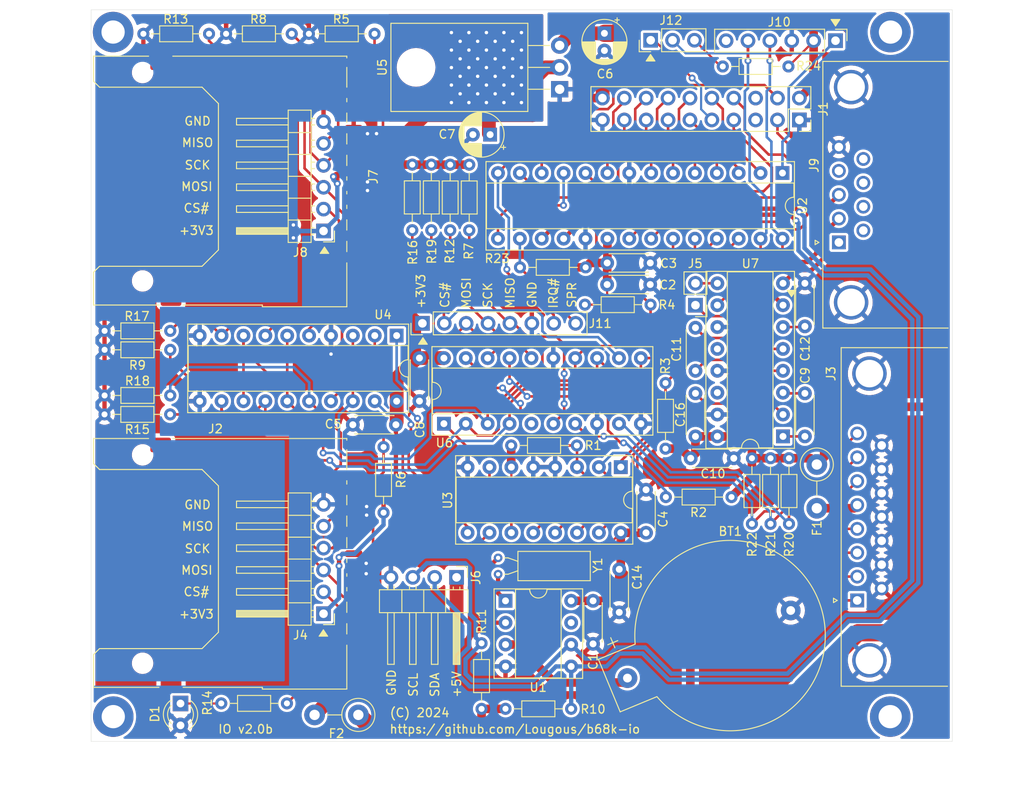
<source format=kicad_pcb>
(kicad_pcb (version 20211014) (generator pcbnew)
  (layers (0 "F.Cu" signal) (31 "B.Cu" signal) (34 "B.Paste" user) (35 "F.Paste" user) (36 "B.SilkS" user "B.Silkscreen") (37 "F.SilkS" user "F.Silkscreen") (38 "B.Mask" user) (39 "F.Mask" user) (44 "Edge.Cuts" user))
  (net 0 "")
  (net 1 "GND")
  (net 2 "+BATT")
  (net 3 "+5V")
  (net 4 "+3V3")
  (net 5 "/B_D0")
  (net 6 "/B_D7")
  (net 7 "/B_D1")
  (net 8 "/B_D6")
  (net 9 "/B_D2")
  (net 10 "/B_D5")
  (net 11 "/B_D3")
  (net 12 "/B_D4")
  (net 13 "/B_A0")
  (net 14 "/B_ACKn")
  (net 15 "/B_WEn")
  (net 17 "/B_CEn")
  (net 18 "/mgr-pic/SEL1")
  (net 19 "/mgr-pic/SEL0")
  (net 20 "/mgr-pic/MISO")
  (net 21 "Net-(U1-Pad1)")
  (net 22 "/mgr-pic/SDA")
  (net 23 "Net-(U1-Pad2)")
  (net 24 "/mgr-pic/SCL")
  (net 25 "/mgr-pic/MOSI")
  (net 26 "/mgr-pic/SCLK")
  (net 27 "Net-(C9-Pad2)")
  (net 28 "Net-(C9-Pad1)")
  (net 29 "Net-(C11-Pad2)")
  (net 30 "Net-(C11-Pad1)")
  (net 31 "Net-(C12-Pad2)")
  (net 32 "Net-(J9-Pad2)")
  (net 33 "Net-(J9-Pad3)")
  (net 34 "/mgr-pic/RX")
  (net 35 "/mgr-pic/MCLR")
  (net 36 "Net-(C16-Pad2)")
  (net 37 "/mgr-pic/PGD")
  (net 38 "Net-(D1-Pad1)")
  (net 39 "/mgr-pic/CSn_SD1")
  (net 40 "/mgr-pic/CSn_SD0")
  (net 41 "Net-(R14-Pad2)")
  (net 42 "/mgr-pic/CSn_SD2")
  (net 43 "/spi/EXT_VCC")
  (net 44 "/B_RSTn")
  (net 46 "Net-(J12-Pad3)")
  (net 47 "/IRQn")
  (net 48 "Net-(F2-Pad2)")
  (net 49 "/spi/CSn_EXT0")
  (net 50 "/spi/CSn_EXT1")
  (net 51 "/spi/CSn_EXT2")
  (net 52 "/spi/CSn_EXT3")
  (net 53 "/spi/SD1_CSn")
  (net 54 "/spi/SD1_MOSI")
  (net 55 "/spi/SD1_SCLK")
  (net 56 "/spi/SD1_MISO")
  (net 63 "/mgr-pic/PGC")
  (net 65 "/spi/SD2_CSn")
  (net 66 "/spi/SD2_SCLK")
  (net 67 "/spi/SD2_MOSI")
  (net 68 "/spi/SD2_MISO")
  (net 69 "/mgr-pic/SEL2")
  (net 70 "/spi/SD0_MISO")
  (net 71 "/spi/EXT_SCLK")
  (net 72 "/spi/SD0_SCLK")
  (net 73 "/spi/SD0_MOSI")
  (net 74 "/spi/EXT_MOSI")
  (net 75 "/spi/SD0_CSn")
  (net 77 "/spi/EXT_MISO")
  (net 93 "/mgr-pic/SPR")
  (footprint "Capacitor_THT:C_Disc_D4.3mm_W1.9mm_P5.00mm" (layer "F.Cu") (at 134.914 86.9188)
    (fp_text reference "C2")
    (fp_text value "10n")
  )
  (footprint "Capacitor_THT:C_Disc_D4.3mm_W1.9mm_P5.00mm" (layer "F.Cu") (at 134.92 84.41)
    (fp_text reference "C3")
    (fp_text value "100n")
  )
  (footprint "Capacitor_THT:C_Disc_D4.3mm_W1.9mm_P5.00mm" (layer "F.Cu") (at 139.43 115.752 90)
    (fp_text reference "C4")
    (fp_text value "100n")
  )
  (footprint "Resistor_THT:R_Axial_DIN0204_L3.6mm_D1.6mm_P7.62mm_Horizontal" (layer "F.Cu") (at 132.334 89.2556)
    (fp_text reference "R4")
    (fp_text value "10k")
  )
  (footprint "Package_DIP:DIP-28_W7.62mm_Socket" (layer "F.Cu") (at 155.265 73.97 -90)
    (fp_text reference "U2")
    (fp_text value "PIC18F24K22-xSP-MCU_Microchip_PIC18")
  )
  (footprint "Package_DIP:DIP-16_W7.62mm_Socket" (layer "F.Cu") (at 136.5 108.122 -90)
    (fp_text reference "U3")
    (fp_text value "74LS138")
  )
  (footprint "Capacitor_THT:C_Disc_D4.3mm_W1.9mm_P5.00mm" (layer "F.Cu") (at 144.6128 107.0956)
    (fp_text reference "C10")
    (fp_text value "100n")
  )
  (footprint "Capacitor_THT:C_Disc_D4.3mm_W1.9mm_P5.00mm" (layer "F.Cu") (at 145.1658 96.9356 90)
    (fp_text reference "C11")
    (fp_text value "C")
  )
  (footprint "Connector_PinHeader_2.54mm:PinHeader_1x06_P2.54mm_Vertical" (layer "F.Cu") (at 161.42 58.6 -90)
    (fp_text reference "J10")
    (fp_text value "Conn_01x06")
  )
  (footprint "Capacitor_THT:C_Disc_D4.3mm_W1.9mm_P5.00mm" (layer "F.Cu") (at 136.32 119.99 -90)
    (fp_text reference "C14")
    (fp_text value "10u")
  )
  (footprint "Capacitor_THT:C_Disc_D4.3mm_W1.9mm_P5.00mm" (layer "F.Cu") (at 133.28 123.65 -90)
    (fp_text reference "C1")
    (fp_text value "100n")
  )
  (footprint "Crystal:Crystal_C38-LF_D3.0mm_L8.0mm_Horizontal" (layer "F.Cu") (at 122.26 120.562 90)
    (fp_text reference "Y1")
    (fp_text value "Crystal")
  )
  (footprint "Capacitor_THT:C_Disc_D4.3mm_W1.9mm_P5.00mm" (layer "F.Cu") (at 145.1658 104.5556 90)
    (fp_text reference "C16")
    (fp_text value "C")
  )
  (footprint "Resistor_THT:R_Axial_DIN0204_L3.6mm_D1.6mm_P7.62mm_Horizontal" (layer "F.Cu") (at 141.73 111.6)
    (fp_text reference "R2")
    (fp_text value "10k")
  )
  (footprint "Resistor_THT:R_Axial_DIN0204_L3.6mm_D1.6mm_P7.62mm_Horizontal" (layer "F.Cu") (at 131.4 105.61 180)
    (fp_text reference "R1")
    (fp_text value "10k")
  )
  (footprint "Resistor_THT:R_Axial_DIN0204_L3.6mm_D1.6mm_P7.62mm_Horizontal" (layer "F.Cu") (at 141.69 98.36 -90)
    (fp_text reference "R3")
    (fp_text value "10k")
  )
  (footprint "MountingHole:MountingHole_2.7mm_M2.5_DIN965_Pad" (layer "F.Cu") (at 77.597 137.1)
    (fp_text reference "H6" hide)
    (fp_text value "MountingHole")
  )
  (footprint "MountingHole:MountingHole_2.7mm_M2.5_DIN965_Pad" (layer "F.Cu") (at 167.8 57.6)
    (fp_text reference "H8" hide)
    (fp_text value "MountingHole")
  )
  (footprint "MountingHole:MountingHole_2.7mm_M2.5_DIN965_Pad" (layer "F.Cu") (at 167.767 137.1)
    (fp_text reference "H5" hide)
    (fp_text value "MountingHole")
  )
  (footprint "MountingHole:MountingHole_2.7mm_M2.5_DIN965_Pad" (layer "F.Cu") (at 77.57668 57.59704)
    (fp_text reference "H7" hide)
    (fp_text value "MountingHole")
  )
  (footprint "Capacitor_THT:CP_Radial_D5.0mm_P2.00mm" (layer "F.Cu") (at 134.6 57.744888 -90)
    (fp_text reference "C6")
    (fp_text value "100u")
  )
  (footprint "Capacitor_THT:CP_Radial_D5.0mm_P2.00mm" (layer "F.Cu") (at 121.335112 69.51 180)
    (fp_text reference "C7")
    (fp_text value "100u")
  )
  (footprint "Package_TO_SOT_THT:TO-220-3_Horizontal_TabDown" (layer "F.Cu") (at 129.4 64.24 90)
    (fp_text reference "U5")
    (fp_text value "LD1086D2T33TR")
  )
  (footprint "Capacitor_THT:C_Disc_D4.3mm_W1.9mm_P5.00mm" (layer "F.Cu") (at 157.8658 86.7756 -90)
    (fp_text reference "C12")
    (fp_text value "C")
  )
  (footprint "LED_THT:LED_D3.0mm" (layer "F.Cu") (at 85.4 135.575 -90)
    (fp_text reference "D1")
    (fp_text value "LED")
  )
  (footprint "Resistor_THT:R_Axial_DIN0204_L3.6mm_D1.6mm_P7.62mm_Horizontal" (layer "F.Cu") (at 90.13 135.56)
    (fp_text reference "R14")
    (fp_text value "500")
  )
  (footprint "Package_DIP:DIP-16_W7.62mm_Socket" (layer "F.Cu") (at 155.3258 104.5556 180)
    (fp_text reference "U7")
    (fp_text value "MAX232")
  )
  (footprint "Capacitor_THT:C_Disc_D4.3mm_W1.9mm_P5.00mm" (layer "F.Cu") (at 157.8658 104.5556 90)
    (fp_text reference "C9")
    (fp_text value "C")
  )
  (footprint "Connector_PinHeader_2.54mm:PinHeader_1x02_P2.54mm_Vertical" (layer "F.Cu") (at 145.1658 89.3156 180)
    (fp_text reference "J5")
    (fp_text value "Conn_01x02")
  )
  (footprint "Package_DIP:DIP-8_W7.62mm_Socket" (layer "F.Cu") (at 123.12 123.65)
    (fp_text reference "U1")
    (fp_text value "DS1307+")
  )
  (footprint "cr2032:CR2032H" (layer "F.Cu") (at 137.271245 132.62298 -157.5)
    (fp_text reference "BT1")
    (fp_text value "Battery_Cell")
  )
  (footprint "Connector_Dsub:DSUB-9_Male_Horizontal_P2.77x2.84mm_EdgePinOffset9.90mm_Housed_MountingHolesOffset11.32mm" (layer "F.Cu") (at 161.809669 82.03 90)
    (fp_text reference "J9")
    (fp_text value "DB9_Male_MountingHoles")
  )
  (footprint "Resistor_THT:R_Axial_DIN0204_L3.6mm_D1.6mm_P7.62mm_Horizontal" (layer "F.Cu") (at 148.336 61.595)
    (fp_text reference "R24")
    (fp_text value "10k")
  )
  (footprint "Resistor_THT:R_Axial_DIN0204_L3.6mm_D1.6mm_P7.62mm_Horizontal" (layer "F.Cu") (at 120.34 136.2 90)
    (fp_text reference "R11")
    (fp_text value "1k")
  )
  (footprint "Connector_Dsub:DSUB-15_Male_Horizontal_P2.77x2.84mm_EdgePinOffset7.70mm_Housed_MountingHolesOffset9.12mm" (layer "F.Cu") (at 163.939669 123.605 90)
    (fp_text reference "J3")
    (fp_text value "DB15_Male_MountingHoles")
  )
  (footprint "Resistor_THT:R_Axial_DIN0204_L3.6mm_D1.6mm_P7.62mm_Horizontal" (layer "F.Cu") (at 76.581 102)
    (fp_text reference "R15")
    (fp_text value "10k")
  )
  (footprint "Connector_PinHeader_2.54mm:PinHeader_1x03_P2.54mm_Vertical" (layer "F.Cu") (at 139.969 58.547 90)
    (fp_text reference "J12")
    (fp_text value "Conn_01x03")
  )
  (footprint "Resistor_THT:R_Axial_DIN0204_L3.6mm_D1.6mm_P7.62mm_Horizontal" (layer "F.Cu") (at 114.51 72.9896 -90)
    (fp_text reference "R19")
    (fp_text value "1k")
  )
  (footprint "Connector_Card:SD_Kyocera_145638009511859+" (layer "F.Cu") (at 93 118.8 -90)
    (fp_text reference "J2")
    (fp_text value "SD_Card")
  )
  (footprint "Package_DIP:DIP-20_W7.62mm_Socket" (layer "F.Cu") (at 115.97 103.08 90)
    (fp_text reference "U6")
    (fp_text value "74LVC244")
  )
  (footprint "Resistor_THT:R_Axial_DIN0204_L3.6mm_D1.6mm_P7.62mm_Horizontal" (layer "F.Cu") (at 153.879 114.71 90)
    (fp_text reference "R21")
    (fp_text value "10k")
  )
  (footprint "Resistor_THT:R_Axial_DIN0204_L3.6mm_D1.6mm_P7.62mm_Horizontal" (layer "F.Cu") (at 151.72 114.71 90)
    (fp_text reference "R22")
    (fp_text value "10k")
  )
  (footprint "Resistor_THT:R_Axial_DIN0411_L9.9mm_D3.6mm_P5.08mm_Vertical" (layer "F.Cu") (at 106.04 136.9 180)
    (fp_text reference "F2")
    (fp_text value "Fuse")
  )
  (footprint "Resistor_THT:R_Axial_DIN0204_L3.6mm_D1.6mm_P7.62mm_Horizontal" (layer "F.Cu") (at 118.91 72.9996 -90)
    (fp_text reference "R7")
    (fp_text value "10k")
  )
  (footprint "Resistor_THT:R_Axial_DIN0204_L3.6mm_D1.6mm_P7.62mm_Horizontal" (layer "F.Cu") (at 100.3 57.8)
    (fp_text reference "R5")
    (fp_text value "10k")
  )
  (footprint "Connector_PinHeader_2.54mm:PinHeader_1x06_P2.54mm_Horizontal" (layer "F.Cu") (at 102 125.15 180)
    (fp_text reference "J4")
    (fp_text value "Conn_01x06")
  )
  (footprint "Resistor_THT:R_Axial_DIN0204_L3.6mm_D1.6mm_P7.62mm_Horizontal" (layer "F.Cu") (at 90.69 57.8)
    (fp_text reference "R8")
    (fp_text value "10k")
  )
  (footprint "Connector_PinHeader_2.54mm:PinHeader_1x04_P2.54mm_Horizontal" (layer "F.Cu") (at 117.44 120.925 -90)
    (fp_text reference "J6")
    (fp_text value "Conn_01x04")
  )
  (footprint "Connector_Card:SD_Kyocera_145638009511859+" (layer "F.Cu") (at 93 74.4 -90)
    (fp_text reference "J7")
    (fp_text value "SD_Card")
  )
  (footprint "Resistor_THT:R_Axial_DIN0204_L3.6mm_D1.6mm_P7.62mm_Horizontal" (layer "F.Cu") (at 156.02 114.71 90)
    (fp_text reference "R20")
    (fp_text value "10k")
  )
  (footprint "Resistor_THT:R_Axial_DIN0204_L3.6mm_D1.6mm_P7.62mm_Horizontal" (layer "F.Cu") (at 112.3 72.9896 -90)
    (fp_text reference "R16")
    (fp_text value "10k")
  )
  (footprint "Resistor_THT:R_Axial_DIN0204_L3.6mm_D1.6mm_P7.62mm_Horizontal" (layer "F.Cu") (at 76.59 99.8)
    (fp_text reference "R18")
    (fp_text value "1k")
  )
  (footprint "Package_DIP:DIP-20_W7.62mm_Socket" (layer "F.Cu") (at 110.485 92.847 -90)
    (fp_text reference "U4")
    (fp_text value "74LVC244")
  )
  (footprint "Resistor_THT:R_Axial_DIN0204_L3.6mm_D1.6mm_P7.62mm_Horizontal" (layer "F.Cu") (at 123.12 136.19)
    (fp_text reference "R10")
    (fp_text value "1k")
  )
  (footprint "Connector_PinHeader_2.54mm:PinHeader_1x06_P2.54mm_Horizontal" (layer "F.Cu") (at 102 80.7 180)
    (fp_text reference "J8")
    (fp_text value "Conn_01x06")
  )
  (footprint "Resistor_THT:R_Axial_DIN0411_L9.9mm_D3.6mm_P5.08mm_Vertical" (layer "F.Cu") (at 159.25 107.82 -90)
    (fp_text reference "F1")
    (fp_text value "Fuse")
  )
  (footprint "Resistor_THT:R_Axial_DIN0204_L3.6mm_D1.6mm_P7.62mm_Horizontal" (layer "F.Cu") (at 108.966 113.411 90)
    (fp_text reference "R6")
    (fp_text value "10k")
  )
  (footprint "Capacitor_THT:C_Disc_D4.3mm_W1.9mm_P5.00mm" (layer "F.Cu") (at 113.1316 95.4532 -90)
    (fp_text reference "C8")
    (fp_text value "100n")
  )
  (footprint "Resistor_THT:R_Axial_DIN0204_L3.6mm_D1.6mm_P7.62mm_Horizontal" (layer "F.Cu") (at 124.8 84.925)
    (fp_text reference "R23")
    (fp_text value "10k")
  )
  (footprint "Resistor_THT:R_Axial_DIN0204_L3.6mm_D1.6mm_P7.62mm_Horizontal" (layer "F.Cu") (at 81.09 57.8)
    (fp_text reference "R13")
    (fp_text value "10k")
  )
  (footprint "Resistor_THT:R_Axial_DIN0204_L3.6mm_D1.6mm_P7.62mm_Horizontal" (layer "F.Cu") (at 76.59 94.5)
    (fp_text reference "R9")
    (fp_text value "10k")
  )
  (footprint "Connector_PinHeader_2.54mm:PinHeader_1x08_P2.54mm_Vertical" (layer "F.Cu") (at 113.475 91.425 90)
    (fp_text reference "J11")
    (fp_text value "Conn_01x08")
  )
  (footprint "Resistor_THT:R_Axial_DIN0204_L3.6mm_D1.6mm_P7.62mm_Horizontal" (layer "F.Cu") (at 116.7 72.9996 -90)
    (fp_text reference "R12")
    (fp_text value "10k")
  )
  (footprint "Capacitor_THT:C_Disc_D4.3mm_W1.9mm_P5.00mm" (layer "F.Cu") (at 110.4 103.2 180)
    (fp_text reference "C5")
    (fp_text value "100n")
  )
  (footprint "Resistor_THT:R_Axial_DIN0204_L3.6mm_D1.6mm_P7.62mm_Horizontal" (layer "F.Cu") (at 76.59 92.3)
    (fp_text reference "R17")
    (fp_text value "1k")
  )
  (footprint "Connector_PinSocket_2.54mm:PinSocket_2x10_P2.54mm_Vertical" (layer "F.Cu") (at 157.226 67.805 -90)
    (fp_text reference "J1")
    (fp_text value "Conn_02x10_Odd_Even")
  )
  (gr_poly (pts (xy 102.616 83.312) (xy 101.6 83.312) (xy 102.108 82.55)) (layer "F.SilkS") (width 0.1) (fill solid))
  (gr_poly (pts (xy 155.8038 87.5816) (xy 156.8198 87.5816) (xy 156.3118 88.3436)) (layer "F.SilkS") (width 0.1) (fill solid))
  (gr_poly (pts (xy 113.538 93.091) (xy 114.046 93.853) (xy 113.03 93.853)) (layer "F.SilkS") (width 0.12) (fill solid))
  (gr_poly (pts (xy 102.489 127.762) (xy 101.473 127.762) (xy 101.981 127)) (layer "F.SilkS") (width 0.1) (fill solid))
  (gr_poly (pts (xy 161.417 56.896) (xy 160.909 56.134) (xy 161.925 56.134)) (layer "F.SilkS") (width 0.12) (fill solid))
  (gr_poly (pts (xy 139.954 60.198) (xy 140.462 60.96) (xy 139.446 60.96)) (layer "F.SilkS") (width 0.12) (fill solid))
  (gr_line (start 75.02 55.02) (end 174.98 55.02) (layer "Edge.Cuts") (width 0.04))
  (gr_line (start 174.98 55.02) (end 174.98 139.98) (layer "Edge.Cuts") (width 0.04))
  (gr_line (start 174.98 139.98) (end 75.02 139.98) (layer "Edge.Cuts") (width 0.04))
  (gr_line (start 75.02 55.02) (end 75.02 139.98) (layer "Edge.Cuts") (width 0.04))
  (gr_text "+3V3" (at 87.249 80.645) (layer "F.SilkS") (effects (font (size 1 1))))
  (gr_text "MOSI" (at 118.58 87.8968 90) (layer "F.SilkS") (effects (font (size 1 1))))
  (gr_text "(C) 2024" (at 113.157 136.652) (layer "F.SilkS") (effects (font (size 1 1))))
  (gr_text "+3V3" (at 87.249 125.2) (layer "F.SilkS") (effects (font (size 1 1))))
  (gr_text "SCK" (at 87.376 73.045) (layer "F.SilkS") (effects (font (size 1 1))))
  (gr_text "MISO" (at 87.376 70.445) (layer "F.SilkS") (effects (font (size 1 1))))
  (gr_text "CS#" (at 87.249 122.6) (layer "F.SilkS") (effects (font (size 1 1))))
  (gr_text "MISO" (at 87.376 115) (layer "F.SilkS") (effects (font (size 1 1))))
  (gr_text "+3V3" (at 113.2968 87.7 90) (layer "F.SilkS") (effects (font (size 1 1))))
  (gr_text "GND" (at 87.376 67.945) (layer "F.SilkS") (effects (font (size 1 1))))
  (gr_text "SCK" (at 121.0692 88.1508 90) (layer "F.SilkS") (effects (font (size 1 1))))
  (gr_text "SPR" (at 130.825 88.119785 90) (layer "F.SilkS") (effects (font (size 1 1))))
  (gr_text "GND" (at 126.2 88.1 90) (layer "F.SilkS") (effects (font (size 1 1))))
  (gr_text "https://github.com/Lougous/b68k-io" (at 124.206 138.557) (layer "F.SilkS") (effects (font (size 1 1))))
  (gr_text "GND" (at 109.8804 133.1468 90) (layer "F.SilkS") (effects (font (size 1 1))))
  (gr_text "SCL" (at 112.4204 133.4008 90) (layer "F.SilkS") (effects (font (size 1 1))))
  (gr_text "MOSI" (at 87.3 120.1) (layer "F.SilkS") (effects (font (size 1 1))))
  (gr_text "CS#" (at 87.249 78.045) (layer "F.SilkS") (effects (font (size 1 1))))
  (gr_text "GND" (at 87.376 112.5) (layer "F.SilkS") (effects (font (size 1 1))))
  (gr_text "MOSI" (at 87.3 75.545) (layer "F.SilkS") (effects (font (size 1 1))))
  (gr_text "+5V" (at 117.4496 133.35 90) (layer "F.SilkS") (effects (font (size 1 1))))
  (gr_text "CS#" (at 116.0908 88.1508 90) (layer "F.SilkS") (effects (font (size 1 1))))
  (gr_text "SCK" (at 87.376 117.6) (layer "F.SilkS") (effects (font (size 1 1))))
  (gr_text "IRQ#" (at 128.675 87.925 90) (layer "F.SilkS") (effects (font (size 1 1))))
  (gr_text "MISO" (at 123.66 87.8968 90) (layer "F.SilkS") (effects (font (size 1 1))))
  (gr_text "IO v2.0b" (at 92.964 138.557) (layer "F.SilkS") (effects (font (size 1 1))))
  (gr_text "SDA" (at 114.9096 133.4008 90) (layer "F.SilkS") (effects (font (size 1 1))))
  (segment (start 106.52 113.18) (end 107 112.7) (width 0.5) (layer "F.Cu") (net 1))
  (segment (start 105.5 113.18) (end 106.52 113.18) (width 0.5) (layer "F.Cu") (net 1))
  (segment (start 106.48 113.18) (end 107 113.7) (width 0.5) (layer "F.Cu") (net 1))
  (segment (start 105.5 68.78) (end 106.52 68.78) (width 0.5) (layer "F.Cu") (net 1))
  (segment (start 106.48 68.78) (end 107.1 69.4) (width 0.5) (layer "F.Cu") (net 1))
  (segment (start 105.5 68.78) (end 106.48 68.78) (width 0.5) (layer "F.Cu") (net 1))
  (segment (start 105.5 119.88) (end 106.37 119.88) (width 0.5) (layer "F.Cu") (net 1))
  (segment (start 105.5 119.88) (end 106.33 119.88) (width 0.5) (layer "F.Cu") (net 1))
  (segment (start 106.58 75.48) (end 107.1 76) (width 0.5) (layer "F.Cu") (net 1))
  (segment (start 106.37 119.88) (end 106.95 119.3) (width 0.5) (layer "F.Cu") (net 1))
  (segment (start 105.5 75.48) (end 106.62 75.48) (width 0.5) (layer "F.Cu") (net 1))
  (segment (start 106.62 75.48) (end 107.1 75) (width 0.5) (layer "F.Cu") (net 1))
  (segment (start 105.5 68.78) (end 107.5377 68.78) (width 0.5) (layer "F.Cu") (net 1))
  (segment (start 106.33 119.88) (end 106.95 120.5) (width 0.5) (layer "F.Cu") (net 1))
  (segment (start 105.5 113.18) (end 106.48 113.18) (width 0.5) (layer "F.Cu") (net 1))
  (segment (start 105.5 75.48) (end 106.58 75.48) (width 0.5) (layer "F.Cu") (net 1))
  (segment (start 107.5377 68.78) (end 108.1505 69.3928) (width 0.5) (layer "F.Cu") (net 1))
  (via (at 107 112.7) (size 0.8) (drill 0.4) (layers "F.Cu" "B.Cu") (net 1))
  (via (at 102.87 94.996) (size 0.8) (drill 0.4) (layers "F.Cu" "B.Cu") (net 1))
  (via (at 107.1 69.4) (size 0.8) (drill 0.4) (layers "F.Cu" "B.Cu") (net 1))
  (via (at 106.95 120.5) (size 0.8) (drill 0.4) (layers "F.Cu" "B.Cu") (net 1))
  (via (at 107.1 75) (size 0.8) (drill 0.4) (layers "F.Cu" "B.Cu") (net 1))
  (via (at 108.1505 69.3928) (size 0.8) (drill 0.4) (layers "F.Cu" "B.Cu") (net 1))
  (via (at 106.95 119.3) (size 0.8) (drill 0.4) (layers "F.Cu" "B.Cu") (net 1))
  (via (at 107 113.7) (size 0.8) (drill 0.4) (layers "F.Cu" "B.Cu") (net 1))
  (via (at 107.1 76) (size 0.8) (drill 0.4) (layers "F.Cu" "B.Cu") (net 1))
  (segment (start 103.4 69.4) (end 107.1 69.4) (width 0.5) (layer "B.Cu") (net 1))
  (segment (start 102 68) (end 103.4 69.4) (width 0.5) (layer "B.Cu") (net 1))
  (segment (start 124.37 128.73) (end 128.78 133.14) (width 1) (layer "F.Cu") (net 2))
  (segment (start 123.12 128.73) (end 124.37 128.73) (width 1) (layer "F.Cu") (net 2))
  (segment (start 128.78 133.14) (end 136.754225 133.14) (width 1) (layer "F.Cu") (net 2))
  (segment (start 136.754225 133.14) (end 137.271245 132.62298) (width 1) (layer "F.Cu") (net 2))
  (segment (start 158.52 107.09) (end 159.25 107.82) (width 1) (layer "F.Cu") (net 3))
  (segment (start 123.11 136.2) (end 123.12 136.19) (width 1) (layer "F.Cu") (net 3))
  (segment (start 134.58 123.65) (end 136.32 121.91) (width 1) (layer "F.Cu") (net 3))
  (segment (start 125.71 117.16) (end 135.082 117.16) (width 0.25) (layer "F.Cu") (net 3))
  (segment (start 125.08 111.86) (end 125.08 116.53) (width 0.25) (layer "F.Cu") (net 3))
  (segment (start 122.57 72.03) (end 124.51 70.09) (width 1) (layer "F.Cu") (net 3))
  (segment (start 151.72 109.23) (end 151.72 107.09) (width 1) (layer "F.Cu") (net 3))
  (segment (start 120.34 136.2) (end 123.11 136.2) (width 1) (layer "F.Cu") (net 3))
  (segment (start 121.43 72.03) (end 122.57 72.03) (width 1) (layer "F.Cu") (net 3))
  (segment (start 149.35 111.6) (end 151.72 109.23) (width 1) (layer "F.Cu") (net 3))
  (segment (start 136.32 121.91) (end 136.32 119.99) (width 1) (layer "F.Cu") (net 3))
  (segment (start 145.1658 106.5426) (end 144.6128 107.0956) (width 1) (layer "F.Cu") (net 3))
  (segment (start 173.49 69) (end 173.49 101.12) (width 2) (layer "F.Cu") (net 3))
  (segment (start 158.88 58.671) (end 158.88 58.6) (width 0.25) (layer "F.Cu") (net 3))
  (segment (start 135.082 117.16) (end 136.5 115.742) (width 0.25) (layer "F.Cu") (net 3))
  (segment (start 134.6 57.744888) (end 135.945112 57.744888) (width 2) (layer "F.Cu") (net 3))
  (segment (start 173.49 101.12) (end 161.85 101.12) (width 1) (layer "F.Cu") (net 3))
  (segment (start 147.7058 104.5556) (end 150.4956 104.5556) (width 1) (layer "F.Cu") (net 3))
  (segment (start 160.1 106.97) (end 159.25 107.82) (width 1) (layer "F.Cu") (net 3))
  (segment (start 124.51 70.09) (end 131.38 70.09) (width 1) (layer "F.Cu") (net 3))
  (segment (start 162.65 56.36) (end 163.73 57.44) (width 2) (layer "F.Cu") (net 3))
  (segment (start 134.366 65.265) (end 132.728 65.265) (width 1) (layer "F.Cu") (net 3))
  (segment (start 134.92 84.41) (end 132.935 84.41) (width 1) (layer "F.Cu") (net 3))
  (segment (start 120.54 72.92) (end 121.43 72.03) (width 1) (layer "F.Cu") (net 3))
  (segment (start 137.33 56.36) (end 156.73 56.36) (width 2) (layer "F.Cu") (net 3))
  (segment (start 158.88 58.6) (end 158.88 63.64) (width 1) (layer "F.Cu") (net 3))
  (segment (start 132.42 84.925) (end 126.95 84.925) (width 1) (layer "F.Cu") (net 3))
  (segment (start 156.02 107.09) (end 158.52 107.09) (width 1) (layer "F.Cu") (net 3))
  (segment (start 136.51 115.752) (end 136.5 115.742) (width 1) (layer "F.Cu") (net 3))
  (segment (start 135.945112 57.744888) (end 137.33 56.36) (width 2) (layer "F.Cu") (net 3))
  (segment (start 161.85 101.12) (end 160.1 102.87) (width 1) (layer "F.Cu") (net 3))
  (segment (start 131.977 66.016) (end 131.977 69.493) (width 1) (layer "F.Cu") (net 3))
  (segment (start 153.879 107.09) (end 156.02 107.09) (width 1) (layer "F.Cu") (net 3))
  (segment (start 123.8 110.58) (end 125.08 111.86) (width 0.25) (layer "F.Cu") (net 3))
  (segment (start 133.9596 89.2556) (end 134.914 88.3012) (width 0.25) (layer "F.Cu") (net 3))
  (segment (start 132.935 84.41) (end 132.42 84.925) (width 1) (layer "F.Cu") (net 3))
  (segment (start 121.275 83.45) (end 120.54 82.715) (width 1) (layer "F.Cu") (net 3))
  (segment (start 168.969511 127.360489) (end 164.034387 127.360489) (width 2) (layer "F.Cu") (net 3))
  (segment (start 134.945 81.59) (end 134.945 84.3725) (width 1) (layer "F.Cu") (net 3))
  (segment (start 134.395 63.565) (end 136.399511 61.560489) (width 1.6) (layer "F.Cu") (net 3))
  (segment (start 156.73 56.36) (end 162.65 56.36) (width 2) (layer "F.Cu") (net 3))
  (segment (start 145.1658 104.5556) (end 145.1658 106.5426) (width 1) (layer "F.Cu") (net 3))
  (segment (start 163.73 57.44) (end 163.73 59.24) (width 2) (layer "F.Cu") (net 3))
  (segment (start 136.5 119.81) (end 136.32 119.99) (width 1) (layer "F.Cu") (net 3))
  (segment (start 151.72 105.78) (end 151.72 107.09) (width 1) (layer "F.Cu") (net 3))
  (segment (start 134.92 84.41) (end 134.92 86.9128) (width 1) (layer "F.Cu") (net 3))
  (segment (start 136.399511 58.199287) (end 135.945112 57.744888) (width 1.6) (layer "F.Cu") (net 3))
  (segment (start 120.54 82.715) (end 120.54 72.92) (width 1) (layer "F.Cu") (net 3))
  (segment (start 134.92 86.9128) (end 134.914 86.9188) (width 1) (layer "F.Cu") (net 3))
  (segment (start 130.74 123.65) (end 133.28 123.65) (width 1) (layer "F.Cu") (net 3))
  (segment (start 164.034387 127.360489) (end 152.764876 138.63) (width 2) (layer "F.Cu") (net 3))
  (segment (start 132.334 89.2556) (end 133.9596 89.2556) (width 0.25) (layer "F.Cu") (net 3))
  (segment (start 145.1658 104.5556) (end 147.7058 104.5556) (width 1) (layer "F.Cu") (net 3))
  (segment (start 125.08 116.53) (end 125.71 117.16) (width 0.25) (layer "F.Cu") (net 3))
  (segment (start 152.764876 138.63) (end 144.57 138.63) (width 2) (layer "F.Cu") (net 3))
  (segment (start 158.88 58.6) (end 158.88 56.39) (width 1) (layer "F.Cu") (net 3))
  (segment (start 158.88 63.64) (end 157.255 65.265) (width 1) (layer "F.Cu") (net 3))
  (segment (start 136.399511 61.560489) (end 136.399511 58.199287) (width 1.6) (layer "F.Cu") (net 3))
  (segment (start 133.595 65.265) (end 134.395 65.265) (width 1) (layer "F.Cu") (net 3))
  (segment (start 130.815112 57.744888) (end 129.4 59.16) (width 1.6) (layer "F.Cu") (net 3))
  (segment (start 133.28 123.65) (end 134.58 123.65) (width 1) (layer "F.Cu") (net 3))
  (segment (start 123.78 108.102) (end 123.8 108.122) (width 1) (layer "F.Cu") (net 3))
  (segment (start 136.5 115.742) (end 136.5 119.81) (width 1) (layer "F.Cu") (net 3))
  (segment (start 132.728 65.265) (end 131.977 66.016) (width 1) (layer "F.Cu") (net 3))
  (segment (start 173.49 101.12) (end 173.49 121.65) (width 2) (layer "F.Cu") (net 3))
  (segment (start 120.34 136.2) (end 120.34 137.94) (width 1) (layer "F.Cu") (net 3))
  (segment (start 155.956 61.595) (end 158.88 58.671) (width 0.25) (layer "F.Cu") (net 3))
  (segment (start 123.8 108.122) (end 123.8 110.58) (width 0.25) (layer "F.Cu") (net 3))
  (segment (start 144.57 138.63) (end 107.77 138.63) (width 2) (layer "F.Cu") (net 3))
  (segment (start 136.32 119.99) (end 144.57 128.24) (width 1) (layer "F.Cu") (net 3))
  (segment (start 150.4956 104.5556) (end 151.72 105.78) (width 1) (layer "F.Cu") (net 3))
  (segment (start 141.69 105.98) (end 143.4972 105.98) (width 1) (layer "F.Cu") (net 3))
  (segment (start 131.38 70.09) (end 131.977 69.493) (width 1) (layer "F.Cu") (net 3))
  (segment (start 134.395 65.265) (end 134.395 63.565) (width 1.6) (layer "F.Cu") (net 3))
  (segment (start 173.49 122.84) (end 168.969511 127.360489) (width 2) (layer "F.Cu") (net 3))
  (segment (start 134.6 57.744888) (end 130.815112 57.744888) (width 1.6) (layer "F.Cu") (net 3))
  (segment (start 134.914 88.3012) (end 134.914 86.9188) (width 0.25) (layer "F.Cu") (net 3))
  (segment (start 160.1 102.87) (end 160.1 106.97) (width 1) (layer "F.Cu") (net 3))
  (segment (start 163.73 59.24) (end 173.49 69) (width 2) (layer "F.Cu") (net 3))
  (segment (start 107.77 138.63) (end 106.04 136.9) (width 2) (layer "F.Cu") (net 3))
  (segment (start 173.49 121.65) (end 173.49 122.84) (width 2) (layer "F.Cu") (net 3))
  (segment (start 126.95 84.925) (end 125.475 83.45) (width 1) (layer "F.Cu") (net 3))
  (segment (start 151.72 107.09) (end 153.879 107.09) (width 1) (layer "F.Cu") (net 3))
  (segment (start 144.57 128.24) (end 144.57 138.63) (width 1) (layer "F.Cu") (net 3))
  (segment (start 143.4972 105.98) (end 144.6128 107.0956) (width 1) (layer "F.Cu") (net 3))
  (segment (start 139.43 115.752) (end 136.51 115.752) (width 1) (layer "F.Cu") (net 3))
  (segment (start 123.78 105.61) (end 123.78 108.102) (width 1) (layer "F.Cu") (net 3))
  (segment (start 125.475 83.45) (end 121.275 83.45) (width 1) (layer "F.Cu") (net 3))
  (segment (start 81.09 57.8) (end 82.99 55.9) (width 0.5) (layer "F.Cu") (net 4))
  (segment (start 110.4 110.453) (end 110.4 103.2) (width 0.5) (layer "F.Cu") (net 4))
  (segment (start 116.7 72.9996) (end 114.51 72.9996) (width 1) (layer "F.Cu") (net 4))
  (segment (start 90.69 56.59) (end 90.69 57.8) (width 0.5) (layer "F.Cu") (net 4))
  (segment (start 90.69 56.61) (end 91.3 56) (width 0.5) (layer "F.Cu") (net 4))
  (segment (start 91.3 56) (end 99.5 56) (width 0.5) (layer "F.Cu") (net 4))
  (segment (start 100.8 56) (end 126 56) (width 0.5) (layer "F.Cu") (net 4))
  (segment (start 126.5 63) (end 126.5 67) (width 1.6) (layer "F.Cu") (net 4))
  (segment (start 126 56) (end 126.5 56.5) (width 0.5) (layer "F.Cu") (net 4))
  (segment (start 81.09 59.41) (end 79.5 61) (width 0.5) (layer "F.Cu") (net 4))
  (segment (start 118.91 72.9996) (end 116.7 72.9996) (width 1) (layer "F.Cu") (net 4))
  (segment (start 110.29 70.71) (end 110.29 73.73) (width 1.6) (layer "F.Cu") (net 4))
  (segment (start 126.25 67.25) (end 121.19 67.25) (width 1.6) (layer "F.Cu") (net 4))
  (segment (start 82.99 55.9) (end 90 55.9) (width 0.5) (layer "F.Cu") (net 4))
  (segment (start 112.32 72.9896) (end 110.52 72.9896) (width 1) (layer "F.Cu") (net 4))
  (segment (start 126.5 56.5) (end 126.5 61) (width 0.5) (layer "F.Cu") (net 4))
  (segment (start 105.5 118.18) (end 104.22 118.18) (width 0.5) (layer "F.Cu") (net 4))
  (segment (start 110.29 88.876) (end 112.522 91.108) (width 1.6) (layer "F.Cu") (net 4))
  (segment (start 76.581 62.319) (end 76.581 102) (width 0.5) (layer "F.Cu") (net 4))
  (segment (start 121.19 69.364888) (end 121.335112 69.51) (width 1.6) (layer "F.Cu") (net 4))
  (segment (start 105.5 73.78) (end 103.92 73.78) (width 0.5) (layer "F.Cu") (net 4))
  (segment (start 100.3 56.8) (end 100.3 57.8) (width 0.5) (layer "F.Cu") (net 4))
  (segment (start 103.92 73.78) (end 103.6 74.1) (width 0.5) (layer "F.Cu") (net 4))
  (segment (start 99.5 56) (end 100.3 56.8) (width 0.5) (layer "F.Cu") (net 4))
  (segment (start 127.2 61.7) (end 129.4 61.7) (width 0.5) (layer "F.Cu") (net 4))
  (segment (start 103.6 74.1) (end 103.6 75.2) (width 0.5) (layer "F.Cu") (net 4))
  (segment (start 110.49 97.79) (end 112.522 95.758) (width 1.6) (layer "F.Cu") (net 4))
  (segment (start 100.3 56.8) (end 100.3 56.5) (width 0.5) (layer "F.Cu") (net 4))
  (segment (start 129.4 61.7) (end 127.8 61.7) (width 1.6) (layer "F.Cu") (net 4))
  (segment (start 98.5 81.5) (end 98.5 80) (width 0.5) (layer "F.Cu") (net 4))
  (segment (start 104.22 118.18) (end 103.8 118.6) (width 0.5) (layer "F.Cu") (net 4))
  (segment (start 111.1 69.9) (end 110.29 70.71) (width 1.6) (layer "F.Cu") (net 4))
  (segment (start 108.966 113.411) (end 108.966 111.887) (width 0.5) (layer "F.Cu") (net 4))
  (segment (start 127.8 61.7) (end 126.5 63) (width 1.6) (layer "F.Cu") (net 4))
  (segment (start 103.44 74.1) (end 103.15 74.39) (width 0.5) (layer "F.Cu") (net 4))
  (segment (start 108.966 111.887) (end 110.4 110.453) (width 0.5) (layer "F.Cu") (net 4))
  (segment (start 115.97 95.46) (end 112.82 95.46) (width 1.6) (layer "F.Cu") (net 4))
  (segment (start 90.69 57.8) (end 90.69 56.61) (width 0.5) (layer "F.Cu") (net 4))
  (segment (start 112.82 95.46) (end 112.522 95.758) (width 1.6) (layer "F.Cu") (net 4))
  (segment (start 103.6 74.1) (end 103.44 74.1) (width 0.5) (layer "F.Cu") (net 4))
  (segment (start 79.5 61) (end 77.9 61) (width 0.5) (layer "F.Cu") (net 4))
  (segment (start 77.9 61) (end 76.581 62.319) (width 0.5) (layer "F.Cu") (net 4))
  (segment (start 81.09 58.6) (end 81.09 59.41) (width 0.5) (layer "F.Cu") (net 4))
  (segment (start 100.3 56.5) (end 100.8 56) (width 0.5) (layer "F.Cu") (net 4))
  (segment (start 126.5 61) (end 127.2 61.7) (width 0.5) (layer "F.Cu") (net 4))
  (segment (start 110.49 102.87) (end 110.49 97.79) (width 1.6) (layer "F.Cu") (net 4))
  (segment (start 90 55.9) (end 90.69 56.59) (width 0.5) (layer "F.Cu") (net 4))
  (segment (start 112.522 95.758) (end 112.522 91.108) (width 1.6) (layer "F.Cu") (net 4))
  (segment (start 113.75 67.25) (end 111.1 69.9) (width 1.6) (layer "F.Cu") (net 4))
  (segment (start 114.51 72.9996) (end 112.33 72.9996) (width 1) (layer "F.Cu") (net 4))
  (segment (start 121.19 67.25) (end 121.19 69.364888) (width 1.6) (layer "F.Cu") (net 4))
  (segment (start 103.8 118.6) (end 103.8 119.6) (width 0.5) (layer "F.Cu") (net 4))
  (segment (start 110.29 73.73) (end 110.29 88.876) (width 1.6) (layer "F.Cu") (net 4))
  (segment (start 121.19 67.25) (end 113.75 67.25) (width 1.6) (layer "F.Cu") (net 4))
  (segment (start 126.5 67) (end 126.25 67.25) (width 1.6) (layer "F.Cu") (net 4))
  (via (at 118.872 57.658) (size 0.8) (drill 0.4) (layers "F.Cu" "B.Cu") (net 4))
  (via (at 123.952 64.77) (size 0.8) (drill 0.4) (layers "F.Cu" "B.Cu") (net 4))
  (via (at 123.952 58.674) (size 0.8) (drill 0.4) (layers "F.Cu" "B.Cu") (net 4))
  (via (at 120.904 57.658) (size 0.8) (drill 0.4) (layers "F.Cu" "B.Cu") (net 4))
  (via (at 103.15 74.39) (size 0.8) (drill 0.4) (layers "F.Cu" "B.Cu") (net 4))
  (via (at 121.92 62.738) (size 0.8) (drill 0.4) (layers "F.Cu" "B.Cu") (net 4))
  (via (at 122.936 63.754) (size 0.8) (drill 0.4) (layers "F.Cu" "B.Cu") (net 4))
  (via (at 122.936 59.69) (size 0.8) (drill 0.4) (layers "F.Cu" "B.Cu") (net 4))
  (via (at 117.856 64.77) (size 0.8) (drill 0.4) (layers "F.Cu" "B.Cu") (net 4))
  (via (at 124.968 65.786) (size 0.8) (drill 0.4) (layers "F.Cu" "B.Cu") (net 4))
  (via (at 122.936 57.658) (size 0.8) (drill 0.4) (layers "F.Cu" "B.Cu") (net 4))
  (via (at 116.84 63.754) (size 0.8) (drill 0.4) (layers "F.Cu" "B.Cu") (net 4))
  (via (at 122.936 61.722) (size 0.8) (drill 0.4) (layers "F.Cu" "B.Cu") (net 4))
  (via (at 116.84 61.722) (size 0.8) (drill 0.4) (layers "F.Cu" "B.Cu") (net 4))
  (via (at 121.92 60.706) (size 0.8) (drill 0.4) (layers "F.Cu" "B.Cu") (net 4))
  (via (at 120.904 61.722) (size 0.8) (drill 0.4) (layers "F.Cu" "B.Cu") (net 4))
  (via (at 121.92 58.674) (size 0.8) (drill 0.4) (layers "F.Cu" "B.Cu") (net 4))
  (via (at 116.84 59.69) (size 0.8) (drill 0.4) (layers "F.Cu" "B.Cu") (net 4))
  (via (at 103.8 119.6) (size 0.8) (drill 0.4) (layers "F.Cu" "B.Cu") (net 4))
  (via (at 121.92 64.77) (size 0.8) (drill 0.4) (layers "F.Cu" "B.Cu") (net 4))
  (via (at 119.888 64.77) (size 0.8) (drill 0.4) (layers "F.Cu" "B.Cu") (net 4))
  (via (at 118.872 61.722) (size 0.8) (drill 0.4) (layers "F.Cu" "B.Cu") (net 4))
  (via (at 118.872 63.754) (size 0.8) (drill 0.4) (layers "F.Cu" "B.Cu") (net 4))
  (via (at 103.8 118.6) (size 0.8) (drill 0.4) (layers "F.Cu" "B.Cu") (net 4))
  (via (at 123.952 60.706) (size 0.8) (drill 0.4) (layers "F.Cu" "B.Cu") (net 4))
  (via (at 119.888 58.674) (size 0.8) (drill 0.4) (layers "F.Cu" "B.Cu") (net 4))
  (via (at 103.6 75.2) (size 0.8) (drill 0.4) (layers "F.Cu" "B.Cu") (net 4))
  (via (at 116.84 57.658) (size 0.8) (drill 0.4) (layers "F.Cu" "B.Cu") (net 4))
  (via (at 120.904 63.754) (size 0.8) (drill 0.4) (layers "F.Cu" "B.Cu") (net 4))
  (via (at 120.904 65.786) (size 0.8) (drill 0.4) (layers "F.Cu" "B.Cu") (net 4))
  (via (at 98.5 80) (size 0.8) (drill 0.4) (layers "F.Cu" "B.Cu") (net 4))
  (via (at 124.968 59.69) (size 0.8) (drill 0.4) (layers "F.Cu" "B.Cu") (net 4))
  (via (at 98.5 81.5) (size 0.8) (drill 0.4) (layers "F.Cu" "B.Cu") (net 4))
  (via (at 117.856 62.738) (size 0.8) (drill 0.4) (layers "F.Cu" "B.Cu") (net 4))
  (via (at 119.888 60.706) (size 0.8) (drill 0.4) (layers "F.Cu" "B.Cu") (net 4))
  (via (at 124.968 63.754) (size 0.8) (drill 0.4) (layers "F.Cu" "B.Cu") (net 4))
  (via (at 123.952 62.738) (size 0.8) (drill 0.4) (layers "F.Cu" "B.Cu") (net 4))
  (via (at 124.968 61.722) (size 0.8) (drill 0.4) (layers "F.Cu" "B.Cu") (net 4))
  (via (at 117.856 58.674) (size 0.8) (drill 0.4) (layers "F.Cu" "B.Cu") (net 4))
  (via (at 117.856 60.706) (size 0.8) (drill 0.4) (layers "F.Cu" "B.Cu") (net 4))
  (via (at 124.968 57.658) (size 0.8) (drill 0.4) (layers "F.Cu" "B.Cu") (net 4))
  (via (at 118.872 59.69) (size 0.8) (drill 0.4) (layers "F.Cu" "B.Cu") (net 4))
  (via (at 118.872 65.786) (size 0.8) (drill 0.4) (layers "F.Cu" "B.Cu") (net 4))
  (via (at 116.84 65.786) (size 0.8) (drill 0.4) (layers "F.Cu" "B.Cu") (net 4))
  (via (at 120.904 59.69) (size 0.8) (drill 0.4) (layers "F.Cu" "B.Cu") (net 4))
  (via (at 122.936 65.786) (size 0.8) (drill 0.4) (layers "F.Cu" "B.Cu") (net 4))
  (via (at 119.888 62.738) (size 0.8) (drill 0.4) (layers "F.Cu" "B.Cu") (net 4))
  (segment (start 103.15 74.75) (end 103.6 75.2) (width 0.5) (layer "B.Cu") (net 4))
  (segment (start 103.8 119.6) (end 103.8 123.35) (width 0.5) (layer "B.Cu") (net 4))
  (segment (start 99.3 80.7) (end 98.5 81.5) (width 0.5) (layer "B.Cu") (net 4))
  (segment (start 103.8 118.6) (end 104.2 118.2) (width 0.5) (layer "B.Cu") (net 4))
  (segment (start 104.2 118.2) (end 105.6 118.2) (width 0.5) (layer "B.Cu") (net 4))
  (segment (start 127.784 61.7) (end 129.4 61.7) (width 1) (layer "B.Cu") (net 4))
  (segment (start 126.492 62.992) (end 127.784 61.7) (width 1) (layer "B.Cu") (net 4))
  (segment (start 103.15 74.39) (end 103.15 74.75) (width 0.5) (layer "B.Cu") (net 4))
  (segment (start 102 80.7) (end 99.2 80.7) (width 0.5) (layer "B.Cu") (net 4))
  (segment (start 99.2 80.7) (end 98.5 80) (width 0.5) (layer "B.Cu") (net 4))
  (segment (start 103.8 123.35) (end 102 125.15) (width 0.5) (layer "B.Cu") (net 4))
  (segment (start 126.492 67.056) (end 126.492 62.992) (width 1) (layer "B.Cu") (net 4))
  (segment (start 103.6 79.1) (end 102 80.7) (width 0.5) (layer "B.Cu") (net 4))
  (segment (start 103.6 75.2) (end 103.6 79.1) (width 0.5) (layer "B.Cu") (net 4))
  (segment (start 108.966 113.411) (end 108.966 114.834) (width 0.5) (layer "B.Cu") (net 4))
  (segment (start 102 80.7) (end 99.3 80.7) (width 0.5) (layer "B.Cu") (net 4))
  (segment (start 103.8 118.6) (end 103.95 118.6) (width 0.5) (layer "B.Cu") (net 4))
  (segment (start 108.966 114.834) (end 105.6 118.2) (width 0.5) (layer "B.Cu") (net 4))
  (segment (start 148.336 69.581) (end 152.725 73.97) (width 0.3) (layer "F.Cu") (net 5))
  (segment (start 147.066 65.265) (end 148.336 66.535) (width 0.3) (layer "F.Cu") (net 5))
  (segment (start 148.336 66.535) (end 148.336 69.581) (width 0.3) (layer "F.Cu") (net 5))
  (segment (start 136.906 70.104) (end 134.945 72.065) (width 0.3) (layer "F.Cu") (net 6))
  (segment (start 134.945 72.065) (end 134.945 73.97) (width 0.3) (layer "F.Cu") (net 6))
  (segment (start 136.906 67.805) (end 136.906 70.104) (width 0.3) (layer "F.Cu") (net 6))
  (segment (start 144.526 67.805) (end 150.185 73.464) (width 0.3) (layer "F.Cu") (net 7))
  (segment (start 150.185 73.464) (end 150.185 73.97) (width 0.3) (layer "F.Cu") (net 7))
  (segment (start 138.176 66.535) (end 138.176 70.358) (width 0.3) (layer "F.Cu") (net 8))
  (segment (start 135.636 75.438) (end 133.873 75.438) (width 0.3) (layer "F.Cu") (net 8))
  (segment (start 139.446 65.265) (end 138.176 66.535) (width 0.3) (layer "F.Cu") (net 8))
  (segment (start 136.1948 74.8792) (end 135.636 75.438) (width 0.3) (layer "F.Cu") (net 8))
  (segment (start 138.176 70.358) (end 136.1948 72.3392) (width 0.3) (layer "F.Cu") (net 8))
  (segment (start 133.873 75.438) (end 132.405 73.97) (width 0.3) (layer "F.Cu") (net 8))
  (segment (start 136.1948 72.3392) (end 136.1948 74.8792) (width 0.3) (layer "F.Cu") (net 8))
  (segment (start 147.645 72.207) (end 145.415 69.977) (width 0.3) (layer "F.Cu") (net 9))
  (segment (start 147.645 73.97) (end 147.645 72.207) (width 0.3) (layer "F.Cu") (net 9))
  (segment (start 145.415 69.977) (end 144.272 69.977) (width 0.3) (layer "F.Cu") (net 9))
  (segment (start 143.256 66.535) (end 144.526 65.265) (width 0.3) (layer "F.Cu") (net 9))
  (segment (start 144.272 69.977) (end 143.256 68.961) (width 0.3) (layer "F.Cu") (net 9))
  (segment (start 143.256 68.961) (end 143.256 66.535) (width 0.3) (layer "F.Cu") (net 9))
  (segment (start 140.025 69.921) (end 140.025 73.97) (width 0.3) (layer "F.Cu") (net 10))
  (segment (start 139.446 67.805) (end 139.446 69.342) (width 0.3) (layer "F.Cu") (net 10))
  (segment (start 139.446 69.342) (end 140.025 69.921) (width 0.3) (layer "F.Cu") (net 10))
  (segment (start 141.986 67.805) (end 141.986 68.961) (width 0.3) (layer "F.Cu") (net 11))
  (segment (start 145.105 72.08) (end 145.105 73.97) (width 0.3) (layer "F.Cu") (net 11))
  (segment (start 141.986 68.961) (end 145.105 72.08) (width 0.3) (layer "F.Cu") (net 11))
  (segment (start 142.565 70.937) (end 142.565 73.97) (width 0.3) (layer "F.Cu") (net 12))
  (segment (start 140.716 69.088) (end 142.565 70.937) (width 0.3) (layer "F.Cu") (net 12))
  (segment (start 140.716 66.535) (end 140.716 69.088) (width 0.3) (layer "F.Cu") (net 12))
  (segment (start 141.986 65.265) (end 140.716 66.535) (width 0.3) (layer "F.Cu") (net 12))
  (segment (start 135.636 68.9356) (end 132.8928 71.6788) (width 0.3) (layer "F.Cu") (net 13))
  (segment (start 128.3716 71.6788) (end 127.325 72.7254) (width 0.3) (layer "F.Cu") (net 13))
  (segment (start 136.906 65.265) (end 136.906 65.659) (width 0.3) (layer "F.Cu") (net 13))
  (segment (start 132.8928 71.6788) (end 128.3716 71.6788) (width 0.3) (layer "F.Cu") (net 13))
  (segment (start 127.325 72.7254) (end 127.325 73.97) (width 0.3) (layer "F.Cu") (net 13))
  (segment (start 135.89 66.675) (end 135.8646 66.675) (width 0.3) (layer "F.Cu") (net 13))
  (segment (start 135.8646 66.675) (end 135.636 66.9036) (width 0.3) (layer "F.Cu") (net 13))
  (segment (start 136.906 65.659) (end 135.89 66.675) (width 0.3) (layer "F.Cu") (net 13))
  (segment (start 135.636 66.9036) (end 135.636 68.9356) (width 0.3) (layer "F.Cu") (net 13))
  (segment (start 122.245 79.225) (end 122.245 81.59) (width 0.3) (layer "F.Cu") (net 14))
  (segment (start 156.6672 75.5396) (end 155.3972 76.8096) (width 0.3) (layer "F.Cu") (net 14))
  (segment (start 156.6672 73.073178) (end 156.6672 75.5396) (width 0.3) (layer "F.Cu") (net 14))
  (segment (start 124.6604 76.8096) (end 122.245 79.225) (width 0.3) (layer "F.Cu") (net 14))
  (segment (start 153.67 71.8312) (end 155.425222 71.8312) (width 0.3) (layer "F.Cu") (net 14))
  (segment (start 155.425222 71.8312) (end 156.6672 73.073178) (width 0.3) (layer "F.Cu") (net 14))
  (segment (start 150.876 69.0372) (end 153.67 71.8312) (width 0.3) (layer "F.Cu") (net 14))
  (segment (start 155.3972 76.8096) (end 124.6604 76.8096) (width 0.3) (layer "F.Cu") (net 14))
  (segment (start 150.876 66.535) (end 150.876 69.0372) (width 0.3) (layer "F.Cu") (net 14))
  (segment (start 149.606 65.265) (end 150.876 66.535) (width 0.3) (layer "F.Cu") (net 14))
  (segment (start 131.1148 73.152) (end 131.1148 74.8792) (width 0.3) (layer "F.Cu") (net 15))
  (segment (start 129.286 72.4916) (end 130.4544 72.4916) (width 0.3) (layer "F.Cu") (net 15))
  (segment (start 128.5748 74.93) (end 128.5748 73.2028) (width 0.3) (layer "F.Cu") (net 15))
  (segment (start 124.785 73.97) (end 126.4562 75.6412) (width 0.3) (layer "F.Cu") (net 15))
  (segment (start 127.8636 75.6412) (end 128.5748 74.93) (width 0.3) (layer "F.Cu") (net 15))
  (segment (start 130.4544 72.4916) (end 131.1148 73.152) (width 0.3) (layer "F.Cu") (net 15))
  (segment (start 149.606 68.8848) (end 149.606 67.805) (width 0.3) (layer "F.Cu") (net 15))
  (segment (start 132.334 76.0984) (end 153.0604 76.0984) (width 0.3) (layer "F.Cu") (net 15))
  (segment (start 126.4562 75.6412) (end 127.8636 75.6412) (width 0.3) (layer "F.Cu") (net 15))
  (segment (start 131.1148 74.8792) (end 132.334 76.0984) (width 0.3) (layer "F.Cu") (net 15))
  (segment (start 154.0256 75.1332) (end 154.0256 73.3044) (width 0.3) (layer "F.Cu") (net 15))
  (segment (start 128.5748 73.2028) (end 129.286 72.4916) (width 0.3) (layer "F.Cu") (net 15))
  (segment (start 153.0604 76.0984) (end 154.0256 75.1332) (width 0.3) (layer "F.Cu") (net 15))
  (segment (start 154.0256 73.3044) (end 149.606 68.8848) (width 0.3) (layer "F.Cu") (net 15))
  (segment (start 158.115 78.867) (end 158.115 77.978) (width 0.3) (layer "F.Cu") (net 17))
  (segment (start 137.485 81.59) (end 139.446 79.629) (width 0.3) (layer "F.Cu") (net 17))
  (segment (start 156.083 80.137) (end 156.464 80.518) (width 0.3) (layer "F.Cu") (net 17))
  (segment (start 155.575 79.629) (end 156.083 80.137) (width 0.3) (layer "F.Cu") (net 17))
  (segment (start 157.734 80.01) (end 157.734 79.375) (width 0.3) (layer "F.Cu") (net 17))
  (segment (start 154.686 69.342) (end 154.686 67.805) (width 0.3) (layer "F.Cu") (net 17))
  (segment (start 158.115 77.978) (end 158.115 72.771) (width 0.3) (layer "F.Cu") (net 17))
  (segment (start 139.446 79.629) (end 155.575 79.629) (width 0.3) (layer "F.Cu") (net 17))
  (segment (start 157.226 80.518) (end 157.734 80.01) (width 0.3) (layer "F.Cu") (net 17))
  (segment (start 157.734 79.375) (end 157.734 79.248) (width 0.3) (layer "F.Cu") (net 17))
  (segment (start 156.464 80.518) (end 157.226 80.518) (width 0.3) (layer "F.Cu") (net 17))
  (segment (start 157.734 79.248) (end 157.988 78.994) (width 0.3) (layer "F.Cu") (net 17))
  (segment (start 158.115 72.771) (end 154.686 69.342) (width 0.3) (layer "F.Cu") (net 17))
  (segment (start 157.988 78.994) (end 158.115 78.867) (width 0.3) (layer "F.Cu") (net 17))
  (segment (start 137.56 109.602) (end 135.44 109.602) (width 0.3) (layer "F.Cu") (net 18))
  (segment (start 143.050481 85.613091) (end 143.050481 98.809519) (width 0.3) (layer "F.Cu") (net 18))
  (segment (start 142.18952 102.446908) (end 137.92 106.716427) (width 0.3) (layer "F.Cu") (net 18))
  (segment (start 135.44 109.602) (end 133.96 108.122) (width 0.3) (layer "F.Cu") (net 18))
  (segment (start 143.953091 84.710481) (end 143.050481 85.613091) (width 0.3) (layer "F.Cu") (net 18))
  (segment (start 145.553572 83.11) (end 143.979519 84.684053) (width 0.3) (layer "F.Cu") (net 18))
  (segment (start 142.18952 99.67048) (end 142.18952 102.446908) (width 0.3) (layer "F.Cu") (net 18))
  (segment (start 143.979519 84.684053) (end 143.979519 84.710481) (width 0.3) (layer "F.Cu") (net 18))
  (segment (start 143.979519 84.710481) (end 143.953091 84.710481) (width 0.3) (layer "F.Cu") (net 18))
  (segment (start 146.125 83.11) (end 145.553572 83.11) (width 0.3) (layer "F.Cu") (net 18))
  (segment (start 137.92 106.716427) (end 137.92 109.242) (width 0.3) (layer "F.Cu") (net 18))
  (segment (start 143.050481 98.809519) (end 142.18952 99.67048) (width 0.3) (layer "F.Cu") (net 18))
  (segment (start 147.645 81.59) (end 146.125 83.11) (width 0.3) (layer "F.Cu") (net 18))
  (segment (start 137.92 109.242) (end 137.56 109.602) (width 0.3) (layer "F.Cu") (net 18))
  (segment (start 141.73 110.89) (end 137.32 106.48) (width 0.3) (layer "B.Cu") (net 18))
  (segment (start 141.73 111.6) (end 141.73 110.89) (width 0.3) (layer "B.Cu") (net 18))
  (segment (start 135.602 106.48) (end 133.96 108.122) (width 0.3) (layer "B.Cu") (net 18))
  (segment (start 137.32 106.48) (end 135.602 106.48) (width 0.3) (layer "B.Cu") (net 18))
  (segment (start 145.105 82.852144) (end 142.550961 85.406184) (width 0.3) (layer "F.Cu") (net 19))
  (segment (start 142.550961 85.406184) (end 142.550961 96.559039) (width 0.3) (layer "F.Cu") (net 19))
  (segment (start 142.550961 96.559039) (end 142.550961 97.499039) (width 0.3) (layer "F.Cu") (net 19))
  (segment (start 141.69 98.36) (end 141.69 102.24) (width 0.3) (layer "F.Cu") (net 19))
  (segment (start 142.550961 97.499039) (end 141.69 98.36) (width 0.3) (layer "F.Cu") (net 19))
  (segment (start 141.69 102.24) (end 136.5 107.43) (width 0.3) (layer "F.Cu") (net 19))
  (segment (start 145.105 81.59) (end 145.105 82.852144) (width 0.3) (layer "F.Cu") (net 19))
  (segment (start 126.05 82.31) (end 126.76 83.02) (width 0.3) (layer "F.Cu") (net 20))
  (segment (start 131.21 95.46) (end 131.21 97.28) (width 0.3) (layer "F.Cu") (net 20))
  (segment (start 121.05 101.877145) (end 121.05 103.08) (width 0.3) (layer "F.Cu") (net 20))
  (segment (start 105.405 92.72) (end 105.405 100.34) (width 0.3) (layer "F.Cu") (net 20))
  (segment (start 126.76 83.02) (end 133.13 83.02) (width 0.3) (layer "F.Cu") (net 20))
  (segment (start 126.05 80.27) (end 126.05 82.31) (width 0.3) (layer "F.Cu") (net 20))
  (segment (start 138.43 83.7184) (end 138.43 87.7316) (width 0.3) (layer "F.Cu") (net 20))
  (segment (start 136.22 80.91) (end 136.22 82.372) (width 0.3) (layer "F.Cu") (net 20))
  (segment (start 130.40904 98.08096) (end 124.846185 98.08096) (width 0.3) (layer "F.Cu") (net 20))
  (segment (start 128.596 77.724) (end 126.05 80.27) (width 0.3) (layer "F.Cu") (net 20))
  (segment (start 129.8448 77.724) (end 128.596 77.724) (width 0.3) (layer "F.Cu") (net 20))
  (segment (start 133.13 83.02) (end 133.67 82.48) (width 0.3) (layer "F.Cu") (net 20))
  (segment (start 124.846185 98.08096) (end 121.05 101.877145) (width 0.3) (layer "F.Cu") (net 20))
  (segment (start 137.19 94.07) (end 137.9 93.36) (width 0.3) (layer "F.Cu") (net 20))
  (segment (start 139.954 93.0656) (end 139.954 89.2556) (width 0.3) (layer "F.Cu") (net 20))
  (segment (start 133.67 80.92) (end 134.37 80.22) (width 0.3) (layer "F.Cu") (net 20))
  (segment (start 139.13 93.36) (end 139.6596 93.36) (width 0.3) (layer "F.Cu") (net 20))
  (segment (start 135.53 80.22) (end 136.22 80.91) (width 0.3) (layer "F.Cu") (net 20))
  (segment (start 136.22 82.372) (end 136.906 83.058) (width 0.3) (layer "F.Cu") (net 20))
  (segment (start 136.906 83.058) (end 137.7696 83.058) (width 0.3) (layer "F.Cu") (net 20))
  (segment (start 134.37 80.22) (end 135.53 80.22) (width 0.3) (layer "F.Cu") (net 20))
  (segment (start 137.7696 83.058) (end 138.43 83.7184) (width 0.3) (layer "F.Cu") (net 20))
  (segment (start 132.6 94.07) (end 137.19 94.07) (width 0.3) (layer "F.Cu") (net 20))
  (segment (start 131.21 97.28) (end 130.40904 98.08096) (width 0.3) (layer "F.Cu") (net 20))
  (segment (start 139.6596 93.36) (end 139.954 93.0656) (width 0.3) (layer "F.Cu") (net 20))
  (segment (start 133.67 82.48) (end 133.67 80.92) (width 0.3) (layer "F.Cu") (net 20))
  (segment (start 138.43 87.7316) (end 139.954 89.2556) (width 0.3) (layer "F.Cu") (net 20))
  (segment (start 131.21 95.46) (end 132.6 94.07) (width 0.3) (layer "F.Cu") (net 20))
  (segment (start 137.9 93.36) (end 139.13 93.36) (width 0.3) (layer "F.Cu") (net 20))
  (via (at 129.8448 77.724) (size 0.8) (drill 0.4) (layers "F.Cu" "B.Cu") (net 20))
  (segment (start 114.41 102.05) (end 114.92 101.54) (width 0.3) (layer "B.Cu") (net 20))
  (segment (start 119.51 101.54) (end 121.05 103.08) (width 0.3) (layer "B.Cu") (net 20))
  (segment (start 113.15 105.95) (end 111.94 107.16) (width 0.3) (layer "B.Cu") (net 20))
  (segment (start 107.91 107.16) (end 107.44 106.69) (width 0.3) (layer "B.Cu") (net 20))
  (segment (start 107.44 106.69) (end 104.42 106.69) (width 0.3) (layer "B.Cu") (net 20))
  (segment (start 129.865 73.97) (end 129.865 77.7038) (width 0.3) (layer "B.Cu") (net 20))
  (segment (start 114.41 104.69) (end 114.41 102.05) (width 0.3) (layer "B.Cu") (net 20))
  (segment (start 103.78 102.092) (end 105.405 100.467) (width 0.3) (layer "B.Cu") (net 20))
  (segment (start 114.92 101.54) (end 119.51 101.54) (width 0.3) (layer "B.Cu") (net 20))
  (segment (start 103.78 106.05) (end 103.78 102.092) (width 0.3) (layer "B.Cu") (net 20))
  (segment (start 111.94 107.16) (end 107.91 107.16) (width 0.3) (layer "B.Cu") (net 20))
  (segment (start 104.42 106.69) (end 103.78 106.05) (width 0.3) (layer "B.Cu") (net 20))
  (segment (start 113.15 105.95) (end 114.41 104.69) (width 0.3) (layer "B.Cu") (net 20))
  (segment (start 129.865 77.7038) (end 129.8448 77.724) (width 0.3) (layer "B.Cu") (net 20))
  (segment (start 123.12 123.61) (end 122.26 122.75) (width 0.5) (layer "F.Cu") (net 21))
  (segment (start 123.12 123.65) (end 123.12 123.61) (width 0.5) (layer "F.Cu") (net 21))
  (segment (start 122.26 122.75) (end 122.26 120.562) (width 0.5) (layer "F.Cu") (net 21))
  (segment (start 157.226 78.486) (end 156.849365 78.109365) (width 0.5) (layer "F.Cu") (net 22))
  (segment (start 156.849365 78.109365) (end 132.356365 78.109365) (width 0.5) (layer "F.Cu") (net 22))
  (segment (start 130.69573 79.77) (end 129.145 79.77) (width 0.5) (layer "F.Cu") (net 22))
  (segment (start 132.356365 78.109365) (end 130.69573 79.77) (width 0.5) (layer "F.Cu") (net 22))
  (segment (start 129.145 79.77) (end 127.325 81.59) (width 0.5) (layer "F.Cu") (net 22))
  (via (at 157.226 78.486) (size 0.8) (drill 0.4) (layers "F.Cu" "B.Cu") (net 22))
  (segment (start 157.226 78.486) (end 157.82 79.08) (width 0.5) (layer "B.Cu") (net 22))
  (segment (start 157.82 79.08) (end 157.82 80.31) (width 0.5) (layer "B.Cu") (net 22))
  (segment (start 128.98 131.27) (end 126.650116 133.599884) (width 0.5) (layer "B.Cu") (net 22))
  (segment (start 114.9 122.26) (end 118.91 126.27) (width 0.5) (layer "B.Cu") (net 22))
  (segment (start 139.03025 129.76952) (end 136.32975 129.76952) (width 0.5) (layer "B.Cu") (net 22))
  (segment (start 166.58975 125.99952) (end 162.949518 125.99952) (width 0.5) (layer "B.Cu") (net 22))
  (segment (start 171.029519 121.559751) (end 166.58975 125.99952) (width 0.5) (layer "B.Cu") (net 22))
  (segment (start 165.490481 85.160481) (end 171.02952 90.69952) (width 0.5) (layer "B.Cu") (net 22))
  (segment (start 128.98 131.27) (end 130.74 131.27) (width 0.5) (layer "B.Cu") (net 22))
  (segment (start 118.969884 133.599884) (end 117.780481 132.410481) (width 0.5) (layer "B.Cu") (net 22))
  (segment (start 118.91 129.02073) (end 117.780481 130.150249) (width 0.5) (layer "B.Cu") (net 22))
  (segment (start 157.82 82.68073) (end 160.29975 85.16048) (width 0.5) (layer "B.Cu") (net 22))
  (segment (start 134.82927 131.27) (end 130.74 131.27) (width 0.5) (layer "B.Cu") (net 22))
  (segment (start 130.74 131.27) (end 130.74 136.19) (width 0.5) (layer "B.Cu") (net 22))
  (segment (start 162.949518 125.99952) (end 156.215596 132.733442) (width 0.5) (layer "B.Cu") (net 22))
  (segment (start 114.9 120.925) (end 114.9 122.26) (width 0.5) (layer "B.Cu") (net 22))
  (segment (start 171.02952 90.69952) (end 171.029519 121.559751) (width 0.5) (layer "B.Cu") (net 22))
  (segment (start 157.82 80.31) (end 157.82 82.68073) (width 0.5) (layer "B.Cu") (net 22))
  (segment (start 156.215596 132.804404) (end 142.065134 132.804404) (width 0.5) (layer "B.Cu") (net 22))
  (segment (start 118.91 126.27) (end 118.91 129.02073) (width 0.5) (layer "B.Cu") (net 22))
  (segment (start 160.29975 85.16048) (end 165.490481 85.160481) (width 0.5) (layer "B.Cu") (net 22))
  (segment (start 142.065134 132.804404) (end 139.03025 129.76952) (width 0.5) (layer "B.Cu") (net 22))
  (segment (start 136.32975 129.76952) (end 134.82927 131.27) (width 0.5) (layer "B.Cu") (net 22))
  (segment (start 117.780481 130.150249) (end 117.780481 132.410481) (width 0.5) (layer "B.Cu") (net 22))
  (segment (start 156.215596 132.733442) (end 156.215596 132.804404) (width 0.5) (layer "B.Cu") (net 22))
  (segment (start 126.650116 133.599884) (end 118.969884 133.599884) (width 0.5) (layer "B.Cu") (net 22))
  (segment (start 120.71 120.212) (end 122.26 118.662) (width 0.5) (layer "F.Cu") (net 23))
  (segment (start 123.12 126.19) (end 121.71 126.19) (width 0.5) (layer "F.Cu") (net 23))
  (segment (start 120.71 125.19) (end 120.71 120.212) (width 0.5) (layer "F.Cu") (net 23))
  (segment (start 121.71 126.19) (end 120.71 125.19) (width 0.5) (layer "F.Cu") (net 23))
  (segment (start 156.845 79.502) (end 156.151885 78.808885) (width 0.5) (layer "F.Cu") (net 24))
  (segment (start 156.151885 78.808885) (end 132.646116 78.808884) (width 0.5) (layer "F.Cu") (net 24))
  (segment (start 132.646116 78.808884) (end 129.865 81.59) (width 0.5) (layer "F.Cu") (net 24))
  (via (at 156.845 79.502) (size 0.8) (drill 0.4) (layers "F.Cu" "B.Cu") (net 24))
  (segment (start 157.12048 79.77748) (end 157.120481 82.970481) (width 0.5) (layer "B.Cu") (net 24))
  (segment (start 132.37 130.36) (end 130.74 128.73) (width 0.5) (layer "B.Cu") (net 24))
  (segment (start 136.04 129.07) (end 134.75 130.36) (width 0.5) (layer "B.Cu") (net 24))
  (segment (start 112.36 120.925) (end 114.005 119.28) (width 0.5) (layer "B.Cu") (net 24))
  (segment (start 118.48 132.12073) (end 118.48 130.44) (width 0.5) (layer "B.Cu") (net 24))
  (segment (start 160.01 85.86) (end 165.16 85.86) (width 0.5) (layer "B.Cu") (net 24))
  (segment (start 139.32 129.07) (end 136.04 129.07) (width 0.5) (layer "B.Cu") (net 24))
  (segment (start 162.659768 125.3) (end 155.854884 132.104884) (width 0.5) (layer "B.Cu") (net 24))
  (segment (start 126.360365 132.900365) (end 119.259635 132.900365) (width 0.5) (layer "B.Cu") (net 24))
  (segment (start 130.53073 128.73) (end 126.360365 132.900365) (width 0.5) (layer "B.Cu") (net 24))
  (segment (start 119.01 125.23) (end 119.66 125.88) (width 0.5) (layer "B.Cu") (net 24))
  (segment (start 142.354884 132.104884) (end 139.32 129.07) (width 0.5) (layer "B.Cu") (net 24))
  (segment (start 157.120481 82.970481) (end 160.01 85.86) (width 0.5) (layer "B.Cu") (net 24))
  (segment (start 119.01 119.86) (end 119.01 125.23) (width 0.5) (layer "B.Cu") (net 24))
  (segment (start 134.75 130.36) (end 132.37 130.36) (width 0.5) (layer "B.Cu") (net 24))
  (segment (start 156.845 79.502) (end 157.12048 79.77748) (width 0.5) (layer "B.Cu") (net 24))
  (segment (start 165.16 85.86) (end 170.33 91.03) (width 0.5) (layer "B.Cu") (net 24))
  (segment (start 155.854884 132.104884) (end 142.354884 132.104884) (width 0.5) (layer "B.Cu") (net 24))
  (segment (start 119.259635 132.900365) (end 118.48 132.12073) (width 0.5) (layer "B.Cu") (net 24))
  (segment (start 170.33 121.27) (end 166.3 125.3) (width 0.5) (layer "B.Cu") (net 24))
  (segment (start 114.005 119.28) (end 118.43 119.28) (width 0.5) (layer "B.Cu") (net 24))
  (segment (start 130.74 128.73) (end 130.53073 128.73) (width 0.5) (layer "B.Cu") (net 24))
  (segment (start 119.66 125.88) (end 119.66 127.9) (width 0.5) (layer "B.Cu") (net 24))
  (segment (start 118.43 119.28) (end 119.01 119.86) (width 0.5) (layer "B.Cu") (net 24))
  (segment (start 166.3 125.3) (end 162.659768 125.3) (width 0.5) (layer "B.Cu") (net 24))
  (segment (start 170.33 91.03) (end 170.33 121.27) (width 0.5) (layer "B.Cu") (net 24))
  (segment (start 119.66 127.9) (end 120.34 128.58) (width 0.5) (layer "B.Cu") (net 24))
  (segment (start 118.48 130.44) (end 120.34 128.58) (width 0.5) (layer "B.Cu") (net 24))
  (segment (start 138.83 95.46) (end 138.83 97.82) (width 0.3) (layer "F.Cu") (net 25))
  (segment (start 101.3 103.7) (end 100.2 102.6) (width 0.3) (layer "F.Cu") (net 25))
  (segment (start 143.82 83) (end 141.85 84.97) (width 0.3) (layer "F.Cu") (net 25))
  (segment (start 96.5 101.8848) (end 96.5 98.25) (width 0.3) (layer "F.Cu") (net 25))
  (segment (start 96.5 98.25) (end 92.705 94.455) (width 0.3) (layer "F.Cu") (net 25))
  (segment (start 143.84 80.97) (end 143.84 83) (width 0.3) (layer "F.Cu") (net 25))
  (segment (start 123.59 100.75) (end 123.59 103.08) (width 0.3) (layer "F.Cu") (net 25))
  (segment (start 125.26 99.08) (end 123.59 100.75) (width 0.3) (layer "F.Cu") (net 25))
  (segment (start 143.13 80.26) (end 143.84 80.97) (width 0.3) (layer "F.Cu") (net 25))
  (segment (start 101.4476 107.3404) (end 100.9904 106.8832) (width 0.3) (layer "F.Cu") (net 25))
  (segment (start 100.9904 106.8832) (end 100.9904 105.9096) (width 0.3) (layer "F.Cu") (net 25))
  (segment (start 97.2152 102.6) (end 96.5 101.8848) (width 0.3) (layer "F.Cu") (net 25))
  (segment (start 102.7176 107.3404) (end 101.4476 107.3404) (width 0.3) (layer "F.Cu") (net 25))
  (segment (start 137.57 99.08) (end 125.26 99.08) (width 0.3) (layer "F.Cu") (net 25))
  (segment (start 141.85 94.16) (end 140.55 95.46) (width 0.3) (layer "F.Cu") (net 25))
  (segment (start 141.355 80.26) (end 143.13 80.26) (width 0.3) (layer "F.Cu") (net 25))
  (segment (start 92.705 94.455) (end 92.705 92.847) (width 0.3) (layer "F.Cu") (net 25))
  (segment (start 141.85 84.97) (end 141.85 94.16) (width 0.3) (layer "F.Cu") (net 25))
  (segment (start 92.71 100.33) (end 92.71 92.71) (width 0.3) (layer "F.Cu") (net 25))
  (segment (start 100.9904 105.9096) (end 101.3 105.6) (width 0.3) (layer "F.Cu") (net 25))
  (segment (start 101.3 105.6) (end 101.3 103.7) (width 0.3) (layer "F.Cu") (net 25))
  (segment (start 138.83 97.82) (end 137.57 99.08) (width 0.3) (layer "F.Cu") (net 25))
  (segment (start 140.025 81.59) (end 141.355 80.26) (width 0.3) (layer "F.Cu") (net 25))
  (segment (start 143.84 83) (end 143.82 83) (width 0.3) (layer "F.Cu") (net 25))
  (segment (start 100.2 102.6) (end 97.2152 102.6) (width 0.3) (layer "F.Cu") (net 25))
  (segment (start 140.55 95.46) (end 138.83 95.46) (width 0.3) (layer "F.Cu") (net 25))
  (via (at 102.7176 107.3404) (size 0.8) (drill 0.4) (layers "F.Cu" "B.Cu") (net 25))
  (segment (start 123.59 103.08) (end 121.59 105.08) (width 0.3) (layer "B.Cu") (net 25))
  (segment (start 106.91 108.05) (end 103.4272 108.05) (width 0.3) (layer "B.Cu") (net 25))
  (segment (start 117.49 105.08) (end 114.08 108.49) (width 0.3) (layer "B.Cu") (net 25))
  (segment (start 121.59 105.08) (end 117.49 105.08) (width 0.3) (layer "B.Cu") (net 25))
  (segment (start 103.4272 108.05) (end 102.7176 107.3404) (width 0.3) (layer "B.Cu") (net 25))
  (segment (start 114.08 108.49) (end 107.35 108.49) (width 0.3) (layer "B.Cu") (net 25))
  (segment (start 107.35 108.49) (end 106.91 108.05) (width 0.3) (layer "B.Cu") (net 25))
  (segment (start 142.565 81.59) (end 142.565 83.548572) (width 0.3) (layer "F.Cu") (net 26))
  (segment (start 122.31 103.72) (end 121.59 104.44) (width 0.3) (layer "F.Cu") (net 26))
  (segment (start 137.55 94.55) (end 137.55 96.32) (width 0.3) (layer "F.Cu") (net 26))
  (segment (start 122.31 101.323572) (end 122.31 103.72) (width 0.3) (layer "F.Cu") (net 26))
  (segment (start 141.35048 84.763093) (end 141.35048 93.39) (width 0.3) (layer "F.Cu") (net 26))
  (segment (start 101.9556 106.4768) (end 101.9556 103.4556) (width 0.3) (layer "F.Cu") (net 26))
  (segment (start 140.71048 94.03) (end 138.07 94.03) (width 0.3) (layer "F.Cu") (net 26))
  (segment (start 133.75 95.46) (end 133.75 97.65) (width 0.3) (layer "F.Cu") (net 26))
  (segment (start 97.785 92.847) (end 97.785 100.467) (width 0.3) (layer "F.Cu") (net 26))
  (segment (start 121.59 104.44) (end 119.87 104.44) (width 0.3) (layer "F.Cu") (net 26))
  (segment (start 119.87 104.44) (end 118.51 103.08) (width 0.3) (layer "F.Cu") (net 26))
  (segment (start 138.07 94.03) (end 137.55 94.55) (width 0.3) (layer "F.Cu") (net 26))
  (segment (start 142.565 83.548572) (end 141.35048 84.763093) (width 0.3) (layer "F.Cu") (net 26))
  (segment (start 99.318 102) (end 97.785 100.467) (width 0.3) (layer "F.Cu") (net 26))
  (segment (start 137.55 96.32) (end 137.03 96.84) (width 0.3) (layer "F.Cu") (net 26))
  (segment (start 101.9556 103.4556) (end 100.5 102) (width 0.3) (layer "F.Cu") (net 26))
  (segment (start 132.81952 98.58048) (end 125.053091 98.580481) (width 0.3) (layer "F.Cu") (net 26))
  (segment (start 133.75 97.65) (end 132.81952 98.58048) (width 0.3) (layer "F.Cu") (net 26))
  (segment (start 141.35048 93.39) (end 140.71048 94.03) (width 0.3) (layer "F.Cu") (net 26))
  (segment (start 135.13 96.84) (end 133.75 95.46) (width 0.3) (layer "F.Cu") (net 26))
  (segment (start 125.053091 98.580481) (end 122.31 101.323572) (width 0.3) (layer "F.Cu") (net 26))
  (segment (start 137.03 96.84) (end 135.13 96.84) (width 0.3) (layer "F.Cu") (net 26))
  (segment (start 100.5 102) (end 99.318 102) (width 0.3) (layer "F.Cu") (net 26))
  (via (at 101.9556 106.4768) (size 0.8) (drill 0.4) (layers "F.Cu" "B.Cu") (net 26))
  (segment (start 101.9556 106.4768) (end 103.2168 106.4768) (width 0.3) (layer "B.Cu") (net 26))
  (segment (start 104.12 107.38) (end 107.2 107.38) (width 0.3) (layer "B.Cu") (net 26))
  (segment (start 103.2168 106.4768) (end 104.12 107.38) (width 0.3) (layer "B.Cu") (net 26))
  (segment (start 113.76 107.83) (end 118.51 103.08) (width 0.3) (layer "B.Cu") (net 26))
  (segment (start 107.2 107.38) (end 107.65 107.83) (width 0.3) (layer "B.Cu") (net 26))
  (segment (start 107.65 107.83) (end 113.76 107.83) (width 0.3) (layer "B.Cu") (net 26))
  (segment (start 157.8658 99.5556) (end 155.4058 99.5556) (width 0.3) (layer "F.Cu") (net 27))
  (segment (start 155.4058 99.5556) (end 155.3258 99.4756) (width 0.3) (layer "F.Cu") (net 27))
  (segment (start 155.3258 104.5556) (end 157.8658 104.5556) (width 0.3) (layer "F.Cu") (net 28))
  (segment (start 152.2778 93.1256) (end 146.3558 93.1256) (width 0.3) (layer "F.Cu") (net 29))
  (segment (start 155.3258 94.3956) (end 153.5478 94.3956) (width 0.3) (layer "F.Cu") (net 29))
  (segment (start 153.5478 94.3956) (end 152.2778 93.1256) (width 0.3) (layer "F.Cu") (net 29))
  (segment (start 146.3558 93.1256) (end 145.1658 91.9356) (width 0.3) (layer "F.Cu") (net 29))
  (segment (start 146.4358 95.6656) (end 145.1658 96.9356) (width 0.3) (layer "F.Cu") (net 30))
  (segment (start 155.3258 96.9356) (end 154.19443 96.9356) (width 0.3) (layer "F.Cu") (net 30))
  (segment (start 154.19443 96.9356) (end 152.92443 95.6656) (width 0.3) (layer "F.Cu") (net 30))
  (segment (start 152.92443 95.6656) (end 146.4358 95.6656) (width 0.3) (layer "F.Cu") (net 30))
  (segment (start 157.7858 91.8556) (end 157.8658 91.7756) (width 0.3) (layer "F.Cu") (net 31))
  (segment (start 155.3258 91.8556) (end 157.7858 91.8556) (width 0.3) (layer "F.Cu") (net 31))
  (segment (start 156.8498 85.2516) (end 155.3258 86.7756) (width 0.5) (layer "F.Cu") (net 32))
  (segment (start 161.809669 79.26) (end 160.16 80.909669) (width 0.5) (layer "F.Cu") (net 32))
  (segment (start 160.16 80.909669) (end 160.16 83.7194) (width 0.5) (layer "F.Cu") (net 32))
  (segment (start 160.16 83.7194) (end 158.6278 85.2516) (width 0.5) (layer "F.Cu") (net 32))
  (segment (start 158.6278 85.2516) (end 156.8498 85.2516) (width 0.5) (layer "F.Cu") (net 32))
  (segment (start 159.2 83.2814) (end 158.1858 84.2956) (width 0.5) (layer "F.Cu") (net 33))
  (segment (start 155.3858 84.2956) (end 153.6958 85.9856) (width 0.5) (layer "F.Cu") (net 33))
  (segment (start 159.2 79.099669) (end 159.2 83.2814) (width 0.5) (layer "F.Cu") (net 33))
  (segment (start 153.6958 87.6856) (end 155.3258 89.3156) (width 0.5) (layer "F.Cu") (net 33))
  (segment (start 153.6958 85.9856) (end 153.6958 87.6856) (width 0.5) (layer "F.Cu") (net 33))
  (segment (start 161.809669 76.49) (end 159.2 79.099669) (width 0.5) (layer "F.Cu") (net 33))
  (segment (start 158.1858 84.2956) (end 155.3858 84.2956) (width 0.5) (layer "F.Cu") (net 33))
  (segment (start 145.1658 86.7756) (end 147.7058 86.7756) (width 0.3) (layer "F.Cu") (net 34))
  (segment (start 155.265 73.97) (end 155.265 70.325) (width 0.3) (layer "B.Cu") (net 35))
  (segment (start 144.033 60.071) (end 142.509 58.547) (width 0.25) (layer "B.Cu") (net 35))
  (segment (start 155.99 64.03) (end 161.42 58.6) (width 0.3) (layer "B.Cu") (net 35))
  (segment (start 155.99 69.6) (end 155.99 64.03) (width 0.3) (layer "B.Cu") (net 35))
  (segment (start 161.42 58.6) (end 159.949 60.071) (width 0.25) (layer "B.Cu") (net 35))
  (segment (start 159.949 60.071) (end 144.033 60.071) (width 0.25) (layer "B.Cu") (net 35))
  (segment (start 155.265 70.325) (end 155.99 69.6) (width 0.3) (layer "B.Cu") (net 35))
  (segment (start 155.3258 102.0156) (end 154.0558 100.7456) (width 0.3) (layer "F.Cu") (net 36))
  (segment (start 154.0558 100.7456) (end 146.3558 100.7456) (width 0.3) (layer "F.Cu") (net 36))
  (segment (start 146.3558 100.7456) (end 145.1658 99.5556) (width 0.3) (layer "F.Cu") (net 36))
  (segment (start 153.8 60.9316) (end 153.8 58.6) (width 0.3) (layer "F.Cu") (net 37))
  (segment (start 155.265 81.59) (end 155.265 82.795) (width 0.3) (layer "F.Cu") (net 37))
  (segment (start 153.8 58.6) (end 153.8 60.9316) (width 0.3) (layer "F.Cu") (net 37))
  (segment (start 155.265 82.795) (end 149.26 88.8) (width 0.3) (layer "F.Cu") (net 37))
  (segment (start 146.4402 90.59) (end 145.1658 89.3156) (width 0.3) (layer "F.Cu") (net 37))
  (segment (start 149.26 88.8) (end 149.26 90.07) (width 0.3) (layer "F.Cu") (net 37))
  (segment (start 148.74 90.59) (end 146.4402 90.59) (width 0.3) (layer "F.Cu") (net 37))
  (segment (start 149.26 90.07) (end 148.74 90.59) (width 0.3) (layer "F.Cu") (net 37))
  (via (at 153.8 60.9316) (size 0.8) (drill 0.4) (layers "F.Cu" "B.Cu") (net 37))
  (segment (start 153.98 70.33) (end 153.98 80.305) (width 0.3) (layer "B.Cu") (net 37))
  (segment (start 153.98 80.305) (end 155.265 81.59) (width 0.3) (layer "B.Cu") (net 37))
  (segment (start 153.44 69.79) (end 153.98 70.33) (width 0.3) (layer "B.Cu") (net 37))
  (segment (start 153.44 64.44) (end 153.8 64.08) (width 0.3) (layer "B.Cu") (net 37))
  (segment (start 153.8 64.08) (end 153.8 60.9316) (width 0.3) (layer "B.Cu") (net 37))
  (segment (start 153.44 64.44) (end 153.44 69.79) (width 0.3) (layer "B.Cu") (net 37))
  (segment (start 85.4 135.575) (end 90.115 135.575) (width 0.25) (layer "F.Cu") (net 38))
  (segment (start 90.115 135.575) (end 90.13 135.56) (width 0.25) (layer "F.Cu") (net 38))
  (segment (start 112.903 104.117) (end 112.903 102.4636) (width 0.3) (layer "F.Cu") (net 39))
  (segment (start 111.886 108.216) (end 118.72 115.05) (width 0.3) (layer "F.Cu") (net 39))
  (segment (start 111.886 105.134) (end 111.886 108.216) (width 0.3) (layer "F.Cu") (net 39))
  (segment (start 112.903 104.117) (end 111.886 105.134) (width 0.3) (layer "F.Cu") (net 39))
  (via (at 112.903 102.4636) (size 0.8) (drill 0.4) (layers "F.Cu" "B.Cu") (net 39))
  (segment (start 110.485 92.847) (end 110.485 98.039) (width 0.3) (layer "B.Cu") (net 39))
  (segment (start 111.8108 101.3714) (end 112.903 102.4636) (width 0.3) (layer "B.Cu") (net 39))
  (segment (start 111.8108 99.3648) (end 111.8108 101.3714) (width 0.3) (layer "B.Cu") (net 39))
  (segment (start 110.485 98.039) (end 111.8108 99.3648) (width 0.3) (layer "B.Cu") (net 39))
  (segment (start 112.141 103.839) (end 111.1965 104.7835) (width 0.3) (layer "F.Cu") (net 40))
  (segment (start 119.64 117.362) (end 121.26 115.742) (width 0.3) (layer "F.Cu") (net 40))
  (segment (start 117.13 116.472) (end 118.02 117.362) (width 0.3) (layer "F.Cu") (net 40))
  (segment (start 117.13 114.5) (end 117.13 116.472) (width 0.3) (layer "F.Cu") (net 40))
  (segment (start 118.02 117.362) (end 119.64 117.362) (width 0.3) (layer "F.Cu") (net 40))
  (segment (start 111.1965 108.5665) (end 117.13 114.5) (width 0.3) (layer "F.Cu") (net 40))
  (segment (start 111.1965 104.7835) (end 111.1965 108.5665) (width 0.3) (layer "F.Cu") (net 40))
  (segment (start 112.141 103.839) (end 112.141 103.1748) (width 0.3) (layer "F.Cu") (net 40))
  (via (at 112.141 103.1748) (size 0.8) (drill 0.4) (layers "F.Cu" "B.Cu") (net 40))
  (segment (start 111.2012 101.854) (end 112.141 102.7938) (width 0.3) (layer "B.Cu") (net 40))
  (segment (start 107.945 100.467) (end 109.332 101.854) (width 0.3) (layer "B.Cu") (net 40))
  (segment (start 109.332 101.854) (end 111.2012 101.854) (width 0.3) (layer "B.Cu") (net 40))
  (segment (start 112.141 102.7938) (end 112.141 103.1748) (width 0.3) (layer "B.Cu") (net 40))
  (segment (start 108.56 128.18) (end 105.1825 131.5575) (width 0.3) (layer "F.Cu") (net 41))
  (segment (start 108.56 119.12) (end 108.55 119.11) (width 0.3) (layer "F.Cu") (net 41))
  (segment (start 109.63 118.03) (end 108.55 119.11) (width 0.3) (layer "F.Cu") (net 41))
  (segment (start 101.7525 131.5575) (end 97.75 135.56) (width 0.3) (layer "F.Cu") (net 41))
  (segment (start 122.52 112.182) (end 122.52 116.462) (width 0.3) (layer "F.Cu") (net 41))
  (segment (start 120.96 118.03) (end 109.63 118.03) (width 0.3) (layer "F.Cu") (net 41))
  (segment (start 121.26 108.122) (end 121.26 110.922) (width 0.3) (layer "F.Cu") (net 41))
  (segment (start 122.52 116.462) (end 120.97 118.012) (width 0.3) (layer "F.Cu") (net 41))
  (segment (start 105.1825 131.5575) (end 101.7525 131.5575) (width 0.3) (layer "F.Cu") (net 41))
  (segment (start 108.56 128.18) (end 108.56 119.12) (width 0.3) (layer "F.Cu") (net 41))
  (segment (start 121.26 110.922) (end 122.52 112.182) (width 0.3) (layer "F.Cu") (net 41))
  (segment (start 121.68 105.83) (end 118.72 105.83) (width 0.3) (layer "F.Cu") (net 42))
  (segment (start 123.8 112.132) (end 122.52 110.852) (width 0.3) (layer "F.Cu") (net 42))
  (segment (start 122.52 106.67) (end 121.68 105.83) (width 0.3) (layer "F.Cu") (net 42))
  (segment (start 122.52 110.852) (end 122.52 106.67) (width 0.3) (layer "F.Cu") (net 42))
  (segment (start 123.8 115.742) (end 123.8 112.132) (width 0.3) (layer "F.Cu") (net 42))
  (segment (start 118.72 105.83) (end 115.97 103.08) (width 0.3) (layer "F.Cu") (net 42))
  (segment (start 163.564669 112.9) (end 163.939669 112.525) (width 1) (layer "F.Cu") (net 43))
  (segment (start 159.25 112.9) (end 163.564669 112.9) (width 1) (layer "F.Cu") (net 43))
  (segment (start 139.969 58.547) (end 140.3858 58.547) (width 0.25) (layer "F.Cu") (net 44))
  (segment (start 140.3858 58.547) (end 144.78 62.9412) (width 0.25) (layer "F.Cu") (net 44))
  (via (at 144.78 62.9412) (size 0.8) (drill 0.4) (layers "F.Cu" "B.Cu") (net 44))
  (segment (start 144.78 62.9412) (end 145.8214 63.9826) (width 0.25) (layer "B.Cu") (net 44))
  (segment (start 145.8214 66.5604) (end 147.066 67.805) (width 0.25) (layer "B.Cu") (net 44))
  (segment (start 145.8214 63.9826) (end 145.8214 66.5604) (width 0.25) (layer "B.Cu") (net 44))
  (segment (start 148.097 61.595) (end 148.336 61.595) (width 0.25) (layer "F.Cu") (net 46))
  (segment (start 145.049 58.547) (end 148.097 61.595) (width 0.25) (layer "F.Cu") (net 46))
  (segment (start 135.001 66.548) (end 135.636 65.913) (width 0.3) (layer "F.Cu") (net 47))
  (segment (start 133.35 66.548) (end 135.001 66.548) (width 0.3) (layer "F.Cu") (net 47))
  (segment (start 132.441777 71.09894) (end 132.969 70.571717) (width 0.3) (layer "F.Cu") (net 47))
  (segment (start 122.245 73.938572) (end 125.084631 71.098942) (width 0.3) (layer "F.Cu") (net 47))
  (segment (start 132.969 70.571717) (end 132.969 66.929) (width 0.3) (layer "F.Cu") (net 47))
  (segment (start 153.175 63.754) (end 154.686 65.265) (width 0.3) (layer "F.Cu") (net 47))
  (segment (start 135.636 64.389) (end 136.271 63.754) (width 0.3) (layer "F.Cu") (net 47))
  (segment (start 135.636 65.913) (end 135.636 64.389) (width 0.3) (layer "F.Cu") (net 47))
  (segment (start 128.715 91.425) (end 128.715 90.44) (width 0.3) (layer "F.Cu") (net 47))
  (segment (start 123.275 85.475) (end 123.275 85.15) (width 0.3) (layer "F.Cu") (net 47))
  (segment (start 122.245 73.97) (end 122.245 73.938572) (width 0.3) (layer "F.Cu") (net 47))
  (segment (start 125.084631 71.098942) (end 132.441777 71.09894) (width 0.3) (layer "F.Cu") (net 47))
  (segment (start 124.9 86.625) (end 124.425 86.625) (width 0.3) (layer "F.Cu") (net 47))
  (segment (start 124.425 86.625) (end 123.275 85.475) (width 0.3) (layer "F.Cu") (net 47))
  (segment (start 128.715 90.44) (end 124.9 86.625) (width 0.3) (layer "F.Cu") (net 47))
  (segment (start 132.969 66.929) (end 133.35 66.548) (width 0.3) (layer "F.Cu") (net 47))
  (segment (start 136.271 63.754) (end 153.175 63.754) (width 0.3) (layer "F.Cu") (net 47))
  (via (at 123.275 85.15) (size 0.8) (drill 0.4) (layers "F.Cu" "B.Cu") (net 47))
  (segment (start 123.2 83.65) (end 123.2 85.075) (width 0.3) (layer "B.Cu") (net 47))
  (segment (start 123.2 85.075) (end 123.275 85.15) (width 0.3) (layer "B.Cu") (net 47))
  (segment (start 123.5 79.175) (end 123.5 83.35) (width 0.3) (layer "B.Cu") (net 47))
  (segment (start 122.245 73.97) (end 122.245 77.92) (width 0.3) (layer "B.Cu") (net 47))
  (segment (start 122.245 77.92) (end 123.5 79.175) (width 0.3) (layer "B.Cu") (net 47))
  (segment (start 123.5 83.35) (end 123.2 83.65) (width 0.3) (layer "B.Cu") (net 47))
  (segment (start 110.92 133.65) (end 105.72 133.65) (width 1.6) (layer "F.Cu") (net 48))
  (segment (start 104.21 133.65) (end 100.96 136.9) (width 1.6) (layer "F.Cu") (net 48))
  (segment (start 117.44 127.13) (end 117.44 120.925) (width 1.6) (layer "F.Cu") (net 48))
  (segment (start 105.72 133.65) (end 104.21 133.65) (width 1.6) (layer "F.Cu") (net 48))
  (segment (start 110.92 133.65) (end 117.44 127.13) (width 1.6) (layer "F.Cu") (net 48))
  (segment (start 157.59 121.93) (end 149.1 121.93) (width 0.3) (layer "F.Cu") (net 49))
  (segment (start 159.265 123.605) (end 157.59 121.93) (width 0.3) (layer "F.Cu") (net 49))
  (segment (start 163.939669 123.605) (end 159.265 123.605) (width 0.3) (layer "F.Cu") (net 49))
  (segment (start 149.1 121.93) (end 141.53 114.36) (width 0.3) (layer "F.Cu") (net 49))
  (segment (start 135.342 114.36) (end 133.96 115.742) (width 0.3) (layer "F.Cu") (net 49))
  (segment (start 141.53 114.36) (end 135.342 114.36) (width 0.3) (layer "F.Cu") (net 49))
  (segment (start 157.62952 121.43048) (end 149.306908 121.43048) (width 0.3) (layer "F.Cu") (net 50))
  (segment (start 163.939669 120.835) (end 158.225 120.835) (width 0.3) (layer "F.Cu") (net 50))
  (segment (start 133.30152 113.86048) (end 131.42 115.742) (width 0.3) (layer "F.Cu") (net 50))
  (segment (start 149.306908 121.43048) (end 141.736908 113.86048) (width 0.3) (layer "F.Cu") (net 50))
  (segment (start 158.225 120.835) (end 157.62952 121.43048) (width 0.3) (layer "F.Cu") (net 50))
  (segment (start 141.736908 113.86048) (end 133.30152 113.86048) (width 0.3) (layer "F.Cu") (net 50))
  (segment (start 128.88 115.742) (end 131.261039 113.360961) (width 0.3) (layer "F.Cu") (net 51))
  (segment (start 131.261039 113.360961) (end 141.943816 113.360961) (width 0.3) (layer "F.Cu") (net 51))
  (segment (start 141.943816 113.360961) (end 149.513815 120.93096) (width 0.3) (layer "F.Cu") (net 51))
  (segment (start 157.422612 120.93096) (end 160.288572 118.065) (width 0.3) (layer "F.Cu") (net 51))
  (segment (start 149.513815 120.93096) (end 157.422612 120.93096) (width 0.3) (layer "F.Cu") (net 51))
  (segment (start 160.288572 118.065) (end 163.939669 118.065) (width 0.3) (layer "F.Cu") (net 51))
  (segment (start 163.939669 115.295) (end 162.345 115.295) (width 0.3) (layer "F.Cu") (net 52))
  (segment (start 129.220558 112.861442) (end 126.34 115.742) (width 0.3) (layer "F.Cu") (net 52))
  (segment (start 157.20856 120.43144) (end 149.720723 120.43144) (width 0.3) (layer "F.Cu") (net 52))
  (segment (start 142.150725 112.861442) (end 129.220558 112.861442) (width 0.3) (layer "F.Cu") (net 52))
  (segment (start 162.345 115.295) (end 157.20856 120.43144) (width 0.3) (layer "F.Cu") (net 52))
  (segment (start 149.720723 120.43144) (end 142.150725 112.861442) (width 0.3) (layer "F.Cu") (net 52))
  (segment (start 105.5 125.68) (end 105.07 125.68) (width 0.3) (layer "F.Cu") (net 53))
  (segment (start 100.5 111.35) (end 104 107.85) (width 0.3) (layer "F.Cu") (net 53))
  (segment (start 103.6 115.8) (end 103.15 116.25) (width 0.3) (layer "F.Cu") (net 53))
  (segment (start 104 104.142) (end 100.325 100.467) (width 0.3) (layer "F.Cu") (net 53))
  (segment (start 105.07 125.68) (end 102 122.61) (width 0.3) (layer "F.Cu") (net 53))
  (segment (start 105.5 125.68) (end 107.07 125.68) (width 0.3) (layer "F.Cu") (net 53))
  (segment (start 100.95 116.25) (end 100.5 115.8) (width 0.3) (layer "F.Cu") (net 53))
  (segment (start 103.15 116.25) (end 100.95 116.25) (width 0.3) (layer "F.Cu") (net 53))
  (segment (start 107.75 115.1) (end 107.1 114.45) (width 0.3) (layer "F.Cu") (net 53))
  (segment (start 107.07 125.68) (end 107.75 125) (width 0.3) (layer "F.Cu") (net 53))
  (segment (start 100.5 115.8) (end 100.5 111.35) (width 0.3) (layer "F.Cu") (net 53))
  (segment (start 107.1 114.45) (end 104.05 114.45) (width 0.3) (layer "F.Cu") (net 53))
  (segment (start 104.05 114.45) (end 103.6 114.9) (width 0.3) (layer "F.Cu") (net 53))
  (segment (start 107.75 125) (end 107.75 115.1) (width 0.3) (layer "F.Cu") (net 53))
  (segment (start 103.6 114.9) (end 103.6 115.8) (width 0.3) (layer "F.Cu") (net 53))
  (segment (start 104 107.85) (end 104 104.142) (width 0.3) (layer "F.Cu") (net 53))
  (segment (start 84.21 99.8) (end 84.21 98.67) (width 0.3) (layer "B.Cu") (net 53))
  (segment (start 98.552 96.52) (end 100.33 98.298) (width 0.3) (layer "B.Cu") (net 53))
  (segment (start 100.33 98.298) (end 100.33 100.33) (width 0.3) (layer "B.Cu") (net 53))
  (segment (start 84.21 98.67) (end 86.36 96.52) (width 0.3) (layer "B.Cu") (net 53))
  (segment (start 86.36 96.52) (end 98.552 96.52) (width 0.3) (layer "B.Cu") (net 53))
  (segment (start 91.55 102.9) (end 90.165 101.515) (width 0.3) (layer "F.Cu") (net 54))
  (segment (start 95.5 103.9) (end 94.5 102.9) (width 0.3) (layer "F.Cu") (net 54))
  (segment (start 99.2 110.85) (end 99.2 105.2) (width 0.3) (layer "F.Cu") (net 54))
  (segment (start 90.165 101.515) (end 90.165 100.467) (width 0.3) (layer "F.Cu") (net 54))
  (segment (start 102 120.07) (end 99.2 117.27) (width 0.3) (layer "F.Cu") (net 54))
  (segment (start 98.8 103.9) (end 95.5 103.9) (width 0.3) (layer "F.Cu") (net 54))
  (segment (start 90.165 101.635) (end 89.8 102) (width 0.3) (layer "F.Cu") (net 54))
  (segment (start 99.2 105.2) (end 99.2 104.7) (width 0.3) (layer "F.Cu") (net 54))
  (segment (start 89.8 102) (end 84.201 102) (width 0.3) (layer "F.Cu") (net 54))
  (segment (start 104.28 123.18) (end 103.75 122.65) (width 0.3) (layer "F.Cu") (net 54))
  (segment (start 99.2 104.7) (end 99.2 104.3) (width 0.3) (layer "F.Cu") (net 54))
  (segment (start 94.5 102.9) (end 91.55 102.9) (width 0.3) (layer "F.Cu") (net 54))
  (segment (start 99.2 117.27) (end 99.2 110.85) (width 0.3) (layer "F.Cu") (net 54))
  (segment (start 99.2 104.3) (end 98.8 103.9) (width 0.3) (layer "F.Cu") (net 54))
  (segment (start 103.75 122.65) (end 103.75 121.82) (width 0.3) (layer "F.Cu") (net 54))
  (segment (start 105.5 123.18) (end 104.28 123.18) (width 0.3) (layer "F.Cu") (net 54))
  (segment (start 90.165 100.467) (end 90.165 101.635) (width 0.3) (layer "F.Cu") (net 54))
  (segment (start 103.75 121.82) (end 102 120.07) (width 0.3) (layer "F.Cu") (net 54))
  (segment (start 103.02 117.53) (end 102 117.53) (width 0.3) (layer "F.Cu") (net 55))
  (segment (start 105.5 115.68) (end 104.87 115.68) (width 0.3) (layer "F.Cu") (net 55))
  (segment (start 93.662 102.05) (end 95.245 100.467) (width 0.3) (layer "F.Cu") (net 55))
  (segment (start 86.51 97.9) (end 90 97.9) (width 0.3) (layer "F.Cu") (net 55))
  (segment (start 104.87 115.68) (end 103.02 117.53) (width 0.3) (layer "F.Cu") (net 55))
  (segment (start 84.21 95.6) (end 84.21 94.5) (width 0.3) (layer "F.Cu") (net 55))
  (segment (start 101.08 117.53) (end 99.85 116.3) (width 0.3) (layer "F.Cu") (net 55))
  (segment (start 91.45 99.35) (end 91.45 101.45) (width 0.3) (layer "F.Cu") (net 55))
  (segment (start 99.85 103.55) (end 99.6 103.3) (width 0.3) (layer "F.Cu") (net 55))
  (segment (start 99.6 103.3) (end 96.9 103.3) (width 0.3) (layer "F.Cu") (net 55))
  (segment (start 92.05 102.05) (end 93.662 102.05) (width 0.3) (layer "F.Cu") (net 55))
  (segment (start 90 97.9) (end 91.45 99.35) (width 0.3) (layer "F.Cu") (net 55))
  (segment (start 102 117.53) (end 101.08 117.53) (width 0.3) (layer "F.Cu") (net 55))
  (segment (start 91.45 101.45) (end 92.05 102.05) (width 0.3) (layer "F.Cu") (net 55))
  (segment (start 95.245 101.645) (end 95.245 100.467) (width 0.3) (layer "F.Cu") (net 55))
  (segment (start 84.21 95.6) (end 86.51 97.9) (width 0.3) (layer "F.Cu") (net 55))
  (segment (start 99.85 116.3) (end 99.85 103.55) (width 0.3) (layer "F.Cu") (net 55))
  (segment (start 96.9 103.3) (end 95.245 101.645) (width 0.3) (layer "F.Cu") (net 55))
  (segment (start 106.68 101.2444) (end 108.966 103.5304) (width 0.3) (layer "F.Cu") (net 56))
  (segment (start 108.966 103.5304) (end 108.966 105.791) (width 0.3) (layer "F.Cu") (net 56))
  (segment (start 107.945 92.72) (end 107.945 98.303) (width 0.3) (layer "F.Cu") (net 56))
  (segment (start 106.928 110.75) (end 105.5 110.75) (width 0.3) (layer "F.Cu") (net 56))
  (segment (start 108.966 108.712) (end 106.928 110.75) (width 0.3) (layer "F.Cu") (net 56))
  (segment (start 103.65 111.25) (end 103.65 113.34) (width 0.3) (layer "F.Cu") (net 56))
  (segment (start 106.68 99.568) (end 106.68 101.2444) (width 0.3) (layer "F.Cu") (net 56))
  (segment (start 107.945 98.303) (end 106.68 99.568) (width 0.3) (layer "F.Cu") (net 56))
  (segment (start 103.65 113.34) (end 102 114.99) (width 0.3) (layer "F.Cu") (net 56))
  (segment (start 105.5 110.75) (end 104.15 110.75) (width 0.3) (layer "F.Cu") (net 56))
  (segment (start 104.15 110.75) (end 103.65 111.25) (width 0.3) (layer "F.Cu") (net 56))
  (segment (start 108.966 105.791) (end 108.966 108.712) (width 0.3) (layer "F.Cu") (net 56))
  (segment (start 152.725 81.59) (end 152.725 84.2964) (width 0.3) (layer "F.Cu") (net 63))
  (segment (start 151.26 58.6) (end 151.26 60.9316) (width 0.3) (layer "F.Cu") (net 63))
  (segment (start 152.725 84.2964) (end 147.7058 89.3156) (width 0.3) (layer "F.Cu") (net 63))
  (segment (start 151.26 58.6) (end 151.26 60.9316) (width 0.3) (layer "F.Cu") (net 63))
  (via (at 151.26 60.9316) (size 0.8) (drill 0.4) (layers "F.Cu" "B.Cu") (net 63))
  (segment (start 150.9 68.95) (end 151.45 69.5) (width 0.3) (layer "B.Cu") (net 63))
  (segment (start 151.26 64.11) (end 150.9 64.47) (width 0.3) (layer "B.Cu") (net 63))
  (segment (start 153.39 76.81) (end 153.39 80.925) (width 0.3) (layer "B.Cu") (net 63))
  (segment (start 150.9 64.47) (end 150.9 68.95) (width 0.3) (layer "B.Cu") (net 63))
  (segment (start 151.26 60.9316) (end 151.26 64.11) (width 0.3) (layer "B.Cu") (net 63))
  (segment (start 153.39 80.925) (end 152.725 81.59) (width 0.3) (layer "B.Cu") (net 63))
  (segment (start 151.45 69.5) (end 151.45 74.87) (width 0.3) (layer "B.Cu") (net 63))
  (segment (start 151.45 74.87) (end 153.39 76.81) (width 0.3) (layer "B.Cu") (net 63))
  (segment (start 115.9688 88.9688) (end 114.51 87.51) (width 0.3) (layer "F.Cu") (net 65))
  (segment (start 115.9688 91.5038) (end 115.9688 88.9688) (width 0.3) (layer "F.Cu") (net 65))
  (segment (start 114.51 80.6096) (end 114.51 87.51) (width 0.3) (layer "F.Cu") (net 65))
  (segment (start 127.4038 90.5788) (end 127.4038 92.3288) (width 0.3) (layer "B.Cu") (net 65))
  (segment (start 128.1 93.025) (end 133.855 93.025) (width 0.3) (layer "B.Cu") (net 65))
  (segment (start 126.7512 89.9262) (end 127.4038 90.5788) (width 0.3) (layer "B.Cu") (net 65))
  (segment (start 116.046 91.501) (end 117.6208 89.9262) (width 0.3) (layer "B.Cu") (net 65))
  (segment (start 127.4038 92.3288) (end 128.1 93.025) (width 0.3) (layer "B.Cu") (net 65))
  (segment (start 117.6208 89.9262) (end 126.7512 89.9262) (width 0.3) (layer "B.Cu") (net 65))
  (segment (start 133.855 93.025) (end 136.29 95.46) (width 0.3) (layer "B.Cu") (net 65))
  (segment (start 122.37 92.825) (end 124.625 92.825) (width 0.3) (layer "F.Cu") (net 66))
  (segment (start 126.7168 93.9) (end 127.4 94.5832) (width 0.3) (layer "F.Cu") (net 66))
  (segment (start 127.4 96.07) (end 126.67 96.8) (width 0.3) (layer "F.Cu") (net 66))
  (segment (start 122.39 94.12) (end 121.05 95.46) (width 0.3) (layer "F.Cu") (net 66))
  (segment (start 125.57 96.8) (end 124.85 96.08) (width 0.3) (layer "F.Cu") (net 66))
  (segment (start 116.7 87.155) (end 121.0488 91.5038) (width 0.3) (layer "F.Cu") (net 66))
  (segment (start 124.85 94.86) (end 124.11 94.12) (width 0.3) (layer "F.Cu") (net 66))
  (segment (start 124.11 94.12) (end 122.39 94.12) (width 0.3) (layer "F.Cu") (net 66))
  (segment (start 124.85 96.08) (end 124.85 94.86) (width 0.3) (layer "F.Cu") (net 66))
  (segment (start 124.625 92.825) (end 125.7 93.9) (width 0.3) (layer "F.Cu") (net 66))
  (segment (start 116.7 80.6196) (end 116.7 87.155) (width 0.3) (layer "F.Cu") (net 66))
  (segment (start 126.67 96.8) (end 125.57 96.8) (width 0.3) (layer "F.Cu") (net 66))
  (segment (start 121.0488 91.5038) (end 122.37 92.825) (width 0.3) (layer "F.Cu") (net 66))
  (segment (start 127.4 94.5832) (end 127.4 96.07) (width 0.3) (layer "F.Cu") (net 66))
  (segment (start 125.7 93.9) (end 126.7168 93.9) (width 0.3) (layer "F.Cu") (net 66))
  (segment (start 120.61 93.525) (end 118.586 91.501) (width 0.3) (layer "F.Cu") (net 67))
  (segment (start 112.3 87.275) (end 112.3 80.6096) (width 0.3) (layer "F.Cu") (net 67))
  (segment (start 114.769289 89.744289) (end 112.3 87.275) (width 0.3) (layer "F.Cu") (net 67))
  (segment (start 126.13 95.305) (end 124.35 93.525) (width 0.3) (layer "F.Cu") (net 67))
  (segment (start 118.586 91.501) (end 116.808 93.279) (width 0.3) (layer "F.Cu") (net 67))
  (segment (start 126.13 95.46) (end 126.13 95.305) (width 0.3) (layer "F.Cu") (net 67))
  (segment (start 124.35 93.525) (end 120.61 93.525) (width 0.3) (layer "F.Cu") (net 67))
  (segment (start 114.769289 92.408689) (end 114.769289 89.744289) (width 0.3) (layer "F.Cu") (net 67))
  (segment (start 116.808 93.279) (end 115.6396 93.279) (width 0.3) (layer "F.Cu") (net 67))
  (segment (start 115.6396 93.279) (end 114.769289 92.408689) (width 0.3) (layer "F.Cu") (net 67))
  (segment (start 118.91 80.6196) (end 118.91 86.825) (width 0.3) (layer "F.Cu") (net 68))
  (segment (start 129.025 92.975) (end 125.625 92.975) (width 0.3) (layer "F.Cu") (net 68))
  (segment (start 125.625 92.975) (end 124.1538 91.5038) (width 0.3) (layer "F.Cu") (net 68))
  (segment (start 129.93 97.26) (end 129.93 93.88) (width 0.3) (layer "F.Cu") (net 68))
  (segment (start 129.93 93.88) (end 129.025 92.975) (width 0.3) (layer "F.Cu") (net 68))
  (segment (start 129.93 101.82) (end 128.67 103.08) (width 0.3) (layer "F.Cu") (net 68))
  (segment (start 118.91 86.825) (end 123.5888 91.5038) (width 0.3) (layer "F.Cu") (net 68))
  (segment (start 129.93 100.76) (end 129.93 101.82) (width 0.3) (layer "F.Cu") (net 68))
  (segment (start 124.1538 91.5038) (end 123.5888 91.5038) (width 0.3) (layer "F.Cu") (net 68))
  (via (at 129.93 97.26) (size 0.8) (drill 0.4) (layers "F.Cu" "B.Cu") (net 68))
  (via (at 129.93 100.76) (size 0.8) (drill 0.4) (layers "F.Cu" "B.Cu") (net 68))
  (segment (start 129.93 97.26) (end 129.93 100.76) (width 0.3) (layer "B.Cu") (net 68))
  (segment (start 131.42 108.122) (end 131.42 105.63) (width 0.3) (layer "F.Cu") (net 69))
  (segment (start 131.42 105.63) (end 131.4 105.61) (width 0.3) (layer "F.Cu") (net 69))
  (segment (start 145.760481 83.609519) (end 145.760481 83.635946) (width 0.3) (layer "F.Cu") (net 69))
  (segment (start 133.399519 110.101519) (end 131.42 108.122) (width 0.3) (layer "F.Cu") (net 69))
  (segment (start 138.41952 106.923336) (end 138.41952 109.448908) (width 0.3) (layer "F.Cu") (net 69))
  (segment (start 150.185 81.59) (end 148.165481 83.609519) (width 0.3) (layer "F.Cu") (net 69))
  (segment (start 121.98 98.93) (end 118.51 95.46) (width 0.3) (layer "F.Cu") (net 69))
  (segment (start 138.41952 109.448908) (end 137.766909 110.101519) (width 0.3) (layer "F.Cu") (net 69))
  (segment (start 131.4 105.61) (end 125.74 105.61) (width 0.3) (layer "F.Cu") (net 69))
  (segment (start 142.689039 102.653817) (end 138.41952 106.923336) (width 0.3) (layer "F.Cu") (net 69))
  (segment (start 137.766909 110.101519) (end 133.399519 110.101519) (width 0.3) (layer "F.Cu") (net 69))
  (segment (start 125.74 105.61) (end 124.86 104.73) (width 0.3) (layer "F.Cu") (net 69))
  (segment (start 143.550001 99.016426) (end 142.68904 99.877387) (width 0.3) (layer "F.Cu") (net 69))
  (segment (start 142.68904 99.877387) (end 142.689039 102.653817) (width 0.3) (layer "F.Cu") (net 69))
  (segment (start 122.78 98.93) (end 121.98 98.93) (width 0.3) (layer "F.Cu") (net 69))
  (segment (start 145.760481 83.635946) (end 143.55 85.846427) (width 0.3) (layer "F.Cu") (net 69))
  (segment (start 124.86 104.73) (end 124.86 100.72) (width 0.3) (layer "F.Cu") (net 69))
  (segment (start 148.165481 83.609519) (end 145.760481 83.609519) (width 0.3) (layer "F.Cu") (net 69))
  (segment (start 143.55 85.846427) (end 143.550001 99.016426) (width 0.3) (layer "F.Cu") (net 69))
  (segment (start 124.86 100.72) (end 124.85 100.71) (width 0.3) (layer "F.Cu") (net 69))
  (via (at 122.78 98.93) (size 0.8) (drill 0.4) (layers "F.Cu" "B.Cu") (net 69))
  (via (at 124.85 100.71) (size 0.8) (drill 0.4) (layers "F.Cu" "B.Cu") (net 69))
  (segment (start 124.56 100.71) (end 122.78 98.93) (width 0.3) (layer "B.Cu") (net 69))
  (segment (start 124.85 100.71) (end 124.56 100.71) (width 0.3) (layer "B.Cu") (net 69))
  (segment (start 107.92 57.8) (end 107.92 65.68) (width 0.3) (layer "F.Cu") (net 70))
  (segment (start 105.5 66.35) (end 104.196 66.35) (width 0.3) (layer "F.Cu") (net 70))
  (segment (start 108.9 84.6) (end 108.9 67.44) (width 0.3) (layer "F.Cu") (net 70))
  (segment (start 108.9 67.44) (end 107.813 66.353) (width 0.3) (layer "F.Cu") (net 70))
  (segment (start 104.14 89.36) (end 108.9 84.6) (width 0.3) (layer "F.Cu") (net 70))
  (segment (start 103.7 66.846) (end 104.196 66.35) (width 0.3) (layer "F.Cu") (net 70))
  (segment (start 104.8854 66.353) (end 105.9354 66.353) (width 0.3) (layer "F.Cu") (net 70))
  (segment (start 107.247 66.353) (end 104.8854 66.353) (width 0.3) (layer "F.Cu") (net 70))
  (segment (start 107.92 65.68) (end 107.247 66.353) (width 0.3) (layer "F.Cu") (net 70))
  (segment (start 102 70.54) (end 103.7 68.84) (width 0.3) (layer "F.Cu") (net 70))
  (segment (start 107.813 66.353) (end 107.247 66.353) (width 0.3) (layer "F.Cu") (net 70))
  (segment (start 103.7 68.84) (end 103.7 66.846) (width 0.3) (layer "F.Cu") (net 70))
  (segment (start 104.14 99.06) (end 104.14 89.36) (width 0.3) (layer "F.Cu") (net 70))
  (segment (start 102.87 100.33) (end 104.14 99.06) (width 0.3) (layer "F.Cu") (net 70))
  (segment (start 163.939669 106.985) (end 162.52 108.404669) (width 0.3) (layer "F.Cu") (net 71))
  (segment (start 131.21 103.08) (end 132.67 104.54) (width 0.3) (layer "F.Cu") (net 71))
  (segment (start 132.67 104.54) (end 134.52 104.54) (width 0.3) (layer "F.Cu") (net 71))
  (segment (start 162.03 110.64) (end 157.91 110.64) (width 0.3) (layer "F.Cu") (net 71))
  (segment (start 162.52 110.15) (end 162.03 110.64) (width 0.3) (layer "F.Cu") (net 71))
  (segment (start 162.52 108.404669) (end 162.52 110.15) (width 0.3) (layer "F.Cu") (net 71))
  (segment (start 157.91 110.679) (end 153.879 114.71) (width 0.3) (layer "F.Cu") (net 71))
  (segment (start 157.91 110.64) (end 157.91 110.679) (width 0.3) (layer "F.Cu") (net 71))
  (via (at 134.52 104.54) (size 0.8) (drill 0.4) (layers "F.Cu" "B.Cu") (net 71))
  (segment (start 134.52 104.54) (end 137.21 104.54) (width 0.3) (layer "B.Cu") (net 71))
  (segment (start 149.8 109.31) (end 153.879 113.389) (width 0.3) (layer "B.Cu") (net 71))
  (segment (start 141.98 109.31) (end 149.8 109.31) (width 0.3) (layer "B.Cu") (net 71))
  (segment (start 137.21 104.54) (end 141.98 109.31) (width 0.3) (layer "B.Cu") (net 71))
  (segment (start 153.879 113.389) (end 153.879 114.71) (width 0.3) (layer "B.Cu") (net 71))
  (segment (start 100.5 71.58) (end 100.5 63.6) (width 0.3) (layer "F.Cu") (net 72))
  (segment (start 102 73.08) (end 100.5 71.58) (width 0.3) (layer "F.Cu") (net 72))
  (segment (start 104.8854 71.273) (end 106.833 71.273) (width 0.3) (layer "F.Cu") (net 72))
  (segment (start 100.5 59.99) (end 98.31 57.8) (width 0.3) (layer "F.Cu") (net 72))
  (segment (start 106.833 71.273) (end 108.2 72.64) (width 0.3) (layer "F.Cu") (net 72))
  (segment (start 108.2 84.2) (end 100.325 92.075) (width 0.3) (layer "F.Cu") (net 72))
  (segment (start 100.5 63.6) (end 100.5 59.99) (width 0.3) (layer "F.Cu") (net 72))
  (segment (start 103.8 71.28) (end 102 73.08) (width 0.3) (layer "F.Cu") (net 72))
  (segment (start 108.2 72.64) (end 108.2 84.2) (width 0.3) (layer "F.Cu") (net 72))
  (segment (start 100.325 92.075) (end 100.325 92.847) (width 0.3) (layer "F.Cu") (net 72))
  (segment (start 105.5 71.28) (end 103.8 71.28) (width 0.3) (layer "F.Cu") (net 72))
  (segment (start 106.9 82.5) (end 104.3 82.5) (width 0.3) (layer "F.Cu") (net 73))
  (segment (start 100.568 90.932) (end 97.028 90.932) (width 0.3) (layer "F.Cu") (net 73))
  (segment (start 104.8854 78.773) (end 105.9354 78.773) (width 0.3) (layer "F.Cu") (net 73))
  (segment (start 103.6 83.2) (end 103.6 87.9) (width 0.3) (layer "F.Cu") (net 73))
  (segment (start 99.8 73.42) (end 99.8 60.3) (width 0.3) (layer "F.Cu") (net 73))
  (segment (start 107.4 82) (end 106.9 82.5) (width 0.3) (layer "F.Cu") (net 73))
  (segment (start 97.028 90.932) (end 95.25 92.71) (width 0.3) (layer "F.Cu") (net 73))
  (segment (start 103.7 78.1) (end 103.7 77.32) (width 0.3) (layer "F.Cu") (net 73))
  (segment (start 99.8 60.3) (end 98.7 59.2) (width 0.3) (layer "F.Cu") (net 73))
  (segment (start 106.18 78.78) (end 107.4 80) (width 0.3) (layer "F.Cu") (net 73))
  (segment (start 89.3 59.2) (end 88.71 58.61) (width 0.3) (layer "F.Cu") (net 73))
  (segment (start 88.71 58.61) (end 88.71 57.8) (width 0.3) (layer "F.Cu") (net 73))
  (segment (start 104.3 82.5) (end 103.6 83.2) (width 0.3) (layer "F.Cu") (net 73))
  (segment (start 105.5 78.78) (end 106.18 78.78) (width 0.3) (layer "F.Cu") (net 73))
  (segment (start 107.4 80) (end 107.4 82) (width 0.3) (layer "F.Cu") (net 73))
  (segment (start 103.7 77.32) (end 102 75.62) (width 0.3) (layer "F.Cu") (net 73))
  (segment (start 104.38 78.78) (end 103.7 78.1) (width 0.3) (layer "F.Cu") (net 73))
  (segment (start 102 75.62) (end 99.8 73.42) (width 0.3) (layer "F.Cu") (net 73))
  (segment (start 103.6 87.9) (end 100.568 90.932) (width 0.3) (layer "F.Cu") (net 73))
  (segment (start 105.5 78.78) (end 104.38 78.78) (width 0.3) (layer "F.Cu") (net 73))
  (segment (start 98.7 59.2) (end 89.3 59.2) (width 0.3) (layer "F.Cu") (net 73))
  (segment (start 162.454669 111.24) (end 158.21 111.24) (width 0.3) (layer "F.Cu") (net 74))
  (segment (start 158.21 111.24) (end 156.02 113.43) (width 0.3) (layer "F.Cu") (net 74))
  (segment (start 163.939669 109.755) (end 162.454669 111.24) (width 0.3) (layer "F.Cu") (net 74))
  (segment (start 156.02 113.43) (end 156.02 114.71) (width 0.3) (layer "F.Cu") (net 74))
  (segment (start 142.29 108.72) (end 150.03 108.72) (width 0.3) (layer "B.Cu") (net 74))
  (segment (start 150.03 108.72) (end 156.02 114.71) (width 0.3) (layer "B.Cu") (net 74))
  (segment (start 136.29 103.08) (end 136.65 103.08) (width 0.3) (layer "B.Cu") (net 74))
  (segment (start 136.65 103.08) (end 142.29 108.72) (width 0.3) (layer "B.Cu") (net 74))
  (segment (start 100.3 90.2) (end 92.812 90.2) (width 0.3) (layer "F.Cu") (net 75))
  (segment (start 105.5 81.28) (end 104.12 81.28) (width 0.3) (layer "F.Cu") (net 75))
  (segment (start 102.46 78.16) (end 103.8 79.5) (width 0.3) (layer "F.Cu") (net 75))
  (segment (start 102.8 82.6) (end 102.8 87.7) (width 0.3) (layer "F.Cu") (net 75))
  (segment (start 103.8 80.9) (end 104.18 81.28) (width 0.3) (layer "F.Cu") (net 75))
  (segment (start 102 78.16) (end 102.46 78.16) (width 0.3) (layer "F.Cu") (net 75))
  (segment (start 104.18 81.28) (end 105.5 81.28) (width 0.3) (layer "F.Cu") (net 75))
  (segment (start 90.165 92.847) (end 88.718 91.4) (width 0.3) (layer "F.Cu") (net 75))
  (segment (start 88.718 91.4) (end 85.11 91.4) (width 0.3) (layer "F.Cu") (net 75))
  (segment (start 92.812 90.2) (end 90.165 92.847) (width 0.3) (layer "F.Cu") (net 75))
  (segment (start 85.11 91.4) (end 84.21 92.3) (width 0.3) (layer "F.Cu") (net 75))
  (segment (start 103.8 79.5) (end 103.8 80.9) (width 0.3) (layer "F.Cu") (net 75))
  (segment (start 104.12 81.28) (end 102.8 82.6) (width 0.3) (layer "F.Cu") (net 75))
  (segment (start 102.8 87.7) (end 100.3 90.2) (width 0.3) (layer "F.Cu") (net 75))
  (segment (start 153.17 113.26) (end 151.72 114.71) (width 0.3) (layer "F.Cu") (net 77))
  (segment (start 133.01 99.91) (end 135.02 101.92) (width 0.3) (layer "F.Cu") (net 77))
  (segment (start 123.59 95.46) (end 123.59 98.18) (width 0.3) (layer "F.Cu") (net 77))
  (segment (start 125.62 99.91) (end 133.01 99.91) (width 0.3) (layer "F.Cu") (net 77))
  (segment (start 135.89 104.72) (end 136.48 105.31) (width 0.3) (layer "F.Cu") (net 77))
  (segment (start 135.02 101.92) (end 135.02 103.85) (width 0.3) (layer "F.Cu") (net 77))
  (segment (start 154.36 113.26) (end 153.17 113.26) (width 0.3) (layer "F.Cu") (net 77))
  (segment (start 161.87 109.76) (end 161.66 109.97) (width 0.3) (layer "F.Cu") (net 77))
  (segment (start 163.939669 104.215) (end 161.87 106.284669) (width 0.3) (layer "F.Cu") (net 77))
  (segment (start 135.71 104.54) (end 135.89 104.72) (width 0.3) (layer "F.Cu") (net 77))
  (segment (start 161.87 106.284669) (end 161.87 109.76) (width 0.3) (layer "F.Cu") (net 77))
  (segment (start 157.65 109.97) (end 154.36 113.26) (width 0.3) (layer "F.Cu") (net 77))
  (segment (start 161.66 109.97) (end 157.65 109.97) (width 0.3) (layer "F.Cu") (net 77))
  (segment (start 136.48 105.31) (end 136.82 105.31) (width 0.3) (layer "F.Cu") (net 77))
  (segment (start 135.02 103.85) (end 135.71 104.54) (width 0.3) (layer "F.Cu") (net 77))
  (via (at 125.62 99.91) (size 0.8) (drill 0.4) (layers "F.Cu" "B.Cu") (net 77))
  (via (at 123.59 98.18) (size 0.8) (drill 0.4) (layers "F.Cu" "B.Cu") (net 77))
  (via (at 136.82 105.31) (size 0.8) (drill 0.4) (layers "F.Cu" "B.Cu") (net 77))
  (segment (start 141.73 109.94) (end 149.52 109.94) (width 0.3) (layer "B.Cu") (net 77))
  (segment (start 149.52 109.94) (end 151.72 112.14) (width 0.3) (layer "B.Cu") (net 77))
  (segment (start 123.89 98.18) (end 125.62 99.91) (width 0.3) (layer "B.Cu") (net 77))
  (segment (start 123.59 98.18) (end 123.89 98.18) (width 0.3) (layer "B.Cu") (net 77))
  (segment (start 151.72 112.14) (end 151.72 114.71) (width 0.3) (layer "B.Cu") (net 77))
  (segment (start 136.82 105.31) (end 137.1 105.31) (width 0.3) (layer "B.Cu") (net 77))
  (segment (start 137.1 105.31) (end 141.73 109.94) (width 0.3) (layer "B.Cu") (net 77))
  (segment (start 131.255 91.425) (end 124.8 84.97) (width 0.3) (layer "F.Cu") (net 93))
  (segment (start 124.8 84.97) (end 124.8 84.925) (width 0.3) (layer "F.Cu") (net 93))
  (segment (start 124.785 81.59) (end 124.785 85.315) (width 0.3) (layer "B.Cu") (net 93))
  (zone (net 1) (net_name "GND") (layer "F.Cu") (connect_pads (clearance 0.5)) (min_thickness 0.254) (fill yes (thermal_gap 0.508) (thermal_bridge_width 0.508))
    (polygon (pts (xy 175 140) (xy 75 140) (xy 75 55) (xy 109 55) (xy 109 68.5) (xy 128 68.5) (xy 128 55) (xy 175 55)))
  )
  (zone (net 4) (net_name "+3V3") (layer "F.Cu") (connect_pads (clearance 0.5)) (min_thickness 0.254) (fill yes (thermal_gap 0.508) (thermal_bridge_width 0.508))
    (polygon (pts (xy 127.5 68) (xy 109.5 68) (xy 109.5 55) (xy 127.5 55)))
  )
  (zone (net 1) (net_name "GND") (layer "B.Cu") (connect_pads (clearance 0.3)) (min_thickness 0.254) (fill yes (thermal_gap 0.508) (thermal_bridge_width 0.508))
    (polygon (pts (xy 175 140) (xy 75 140) (xy 75 133.5) (xy 98 133.5) (xy 98 104.5) (xy 83 104.5) (xy 83 89.5) (xy 99.5 89.5) (xy 99.5 68.5) (xy 128 68.5) (xy 128 55) (xy 175 55)))
  )
  (zone (net 4) (net_name "+3V3") (layer "B.Cu") (connect_pads (clearance 0.5)) (min_thickness 0.254) (fill yes (thermal_gap 0.508) (thermal_bridge_width 0.508))
    (polygon (pts (xy 127.5 68) (xy 99 68) (xy 99 89) (xy 82.5 89) (xy 82.5 105) (xy 97.5 105) (xy 97.5 133) (xy 75 133) (xy 75 55) (xy 127.5 55)))
  )
)
</source>
